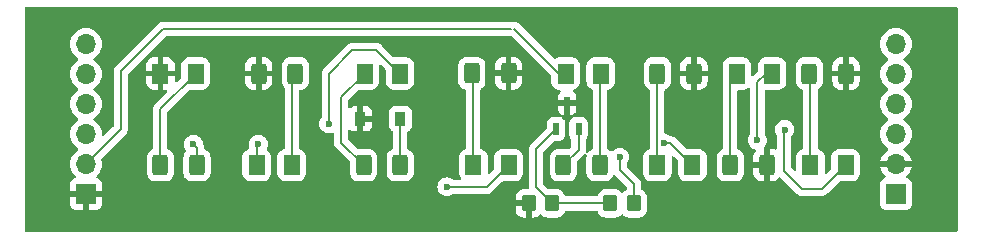
<source format=gbr>
%TF.GenerationSoftware,KiCad,Pcbnew,8.0.6*%
%TF.CreationDate,2025-02-14T22:00:12-04:00*%
%TF.ProjectId,nsec-ctf-sao-2025,6e736563-2d63-4746-962d-73616f2d3230,rev?*%
%TF.SameCoordinates,Original*%
%TF.FileFunction,Copper,L1,Top*%
%TF.FilePolarity,Positive*%
%FSLAX46Y46*%
G04 Gerber Fmt 4.6, Leading zero omitted, Abs format (unit mm)*
G04 Created by KiCad (PCBNEW 8.0.6) date 2025-02-14 22:00:12*
%MOMM*%
%LPD*%
G01*
G04 APERTURE LIST*
G04 Aperture macros list*
%AMRoundRect*
0 Rectangle with rounded corners*
0 $1 Rounding radius*
0 $2 $3 $4 $5 $6 $7 $8 $9 X,Y pos of 4 corners*
0 Add a 4 corners polygon primitive as box body*
4,1,4,$2,$3,$4,$5,$6,$7,$8,$9,$2,$3,0*
0 Add four circle primitives for the rounded corners*
1,1,$1+$1,$2,$3*
1,1,$1+$1,$4,$5*
1,1,$1+$1,$6,$7*
1,1,$1+$1,$8,$9*
0 Add four rect primitives between the rounded corners*
20,1,$1+$1,$2,$3,$4,$5,0*
20,1,$1+$1,$4,$5,$6,$7,0*
20,1,$1+$1,$6,$7,$8,$9,0*
20,1,$1+$1,$8,$9,$2,$3,0*%
G04 Aperture macros list end*
%TA.AperFunction,SMDPad,CuDef*%
%ADD10RoundRect,0.250001X0.462499X0.624999X-0.462499X0.624999X-0.462499X-0.624999X0.462499X-0.624999X0*%
%TD*%
%TA.AperFunction,SMDPad,CuDef*%
%ADD11RoundRect,0.250001X-0.462499X-0.624999X0.462499X-0.624999X0.462499X0.624999X-0.462499X0.624999X0*%
%TD*%
%TA.AperFunction,SMDPad,CuDef*%
%ADD12RoundRect,0.250000X-0.400000X-0.625000X0.400000X-0.625000X0.400000X0.625000X-0.400000X0.625000X0*%
%TD*%
%TA.AperFunction,SMDPad,CuDef*%
%ADD13RoundRect,0.250000X0.400000X0.625000X-0.400000X0.625000X-0.400000X-0.625000X0.400000X-0.625000X0*%
%TD*%
%TA.AperFunction,SMDPad,CuDef*%
%ADD14R,0.950013X1.150013*%
%TD*%
%TA.AperFunction,SMDPad,CuDef*%
%ADD15R,0.532004X1.037490*%
%TD*%
%TA.AperFunction,SMDPad,CuDef*%
%ADD16RoundRect,0.250000X-0.350000X-0.450000X0.350000X-0.450000X0.350000X0.450000X-0.350000X0.450000X0*%
%TD*%
%TA.AperFunction,ComponentPad*%
%ADD17R,1.700000X1.700000*%
%TD*%
%TA.AperFunction,ComponentPad*%
%ADD18O,1.700000X1.700000*%
%TD*%
%TA.AperFunction,ViaPad*%
%ADD19C,0.600000*%
%TD*%
%TA.AperFunction,Conductor*%
%ADD20C,0.200000*%
%TD*%
G04 APERTURE END LIST*
D10*
%TO.P,D5,1,K*%
%TO.N,Net-(D5-K)*%
X121237500Y-89000000D03*
%TO.P,D5,2,A*%
%TO.N,+3V3*%
X118262500Y-89000000D03*
%TD*%
%TO.P,D2,1,K*%
%TO.N,Net-(D2-K)*%
X95062500Y-96750000D03*
%TO.P,D2,2,A*%
%TO.N,Net-(D2-A)*%
X92087500Y-96750000D03*
%TD*%
D11*
%TO.P,D3,1,K*%
%TO.N,Net-(D3-K)*%
X101262500Y-89000000D03*
%TO.P,D3,2,A*%
%TO.N,Net-(D3-A)*%
X104237500Y-89000000D03*
%TD*%
D12*
%TO.P,R2,1*%
%TO.N,SV4*%
X92275000Y-89000000D03*
%TO.P,R2,2*%
%TO.N,Net-(D2-K)*%
X95375000Y-89000000D03*
%TD*%
D13*
%TO.P,R4,1*%
%TO.N,SV4*%
X113425000Y-88987500D03*
%TO.P,R4,2*%
%TO.N,Net-(D4-K)*%
X110325000Y-88987500D03*
%TD*%
%TO.P,R6,1*%
%TO.N,SV4*%
X129125000Y-89000000D03*
%TO.P,R6,2*%
%TO.N,Net-(D6-K)*%
X126025000Y-89000000D03*
%TD*%
%TO.P,R7,1*%
%TO.N,SV4*%
X135300000Y-96750000D03*
%TO.P,R7,2*%
%TO.N,Net-(D7-K)*%
X132200000Y-96750000D03*
%TD*%
D14*
%TO.P,D10,1,C*%
%TO.N,Net-(D10-C)*%
X104267405Y-92825000D03*
%TO.P,D10,2,A*%
%TO.N,SV4*%
X100882595Y-92825000D03*
%TD*%
D13*
%TO.P,R3,1*%
%TO.N,Net-(D10-C)*%
X104250000Y-96750000D03*
%TO.P,R3,2*%
%TO.N,Net-(D3-K)*%
X101150000Y-96750000D03*
%TD*%
D10*
%TO.P,D1,1,K*%
%TO.N,Net-(D1-K)*%
X86932500Y-89000000D03*
%TO.P,D1,2,A*%
%TO.N,SV4*%
X83957500Y-89000000D03*
%TD*%
D15*
%TO.P,U1,1,B*%
%TO.N,Net-(U1-B)*%
X117450038Y-93701346D03*
%TO.P,U1,2,E*%
%TO.N,Net-(U1-E)*%
X119349962Y-93701346D03*
%TO.P,U1,3,C*%
%TO.N,SV4*%
X118400000Y-91498654D03*
%TD*%
D11*
%TO.P,D7,1,K*%
%TO.N,Net-(D7-K)*%
X132762500Y-89000000D03*
%TO.P,D7,2,A*%
%TO.N,Net-(D7-A)*%
X135737500Y-89000000D03*
%TD*%
%TO.P,D4,1,K*%
%TO.N,Net-(D4-K)*%
X110450000Y-96750000D03*
%TO.P,D4,2,A*%
%TO.N,Net-(D4-A)*%
X113425000Y-96750000D03*
%TD*%
D13*
%TO.P,R8,1*%
%TO.N,SV4*%
X142000000Y-89000000D03*
%TO.P,R8,2*%
%TO.N,Net-(D8-K)*%
X138900000Y-89000000D03*
%TD*%
D16*
%TO.P,R9,1*%
%TO.N,Net-(U1-B)*%
X122050000Y-100000000D03*
%TO.P,R9,2*%
%TO.N,Net-(JP5-A)*%
X124050000Y-100000000D03*
%TD*%
D12*
%TO.P,R1,1*%
%TO.N,Net-(D1-K)*%
X83950000Y-96750000D03*
%TO.P,R1,2*%
%TO.N,Net-(JP1-A)*%
X87050000Y-96750000D03*
%TD*%
D16*
%TO.P,R10,1*%
%TO.N,SV4*%
X115125000Y-100000000D03*
%TO.P,R10,2*%
%TO.N,Net-(U1-B)*%
X117125000Y-100000000D03*
%TD*%
D12*
%TO.P,R5,1*%
%TO.N,Net-(U1-E)*%
X118075000Y-96750000D03*
%TO.P,R5,2*%
%TO.N,Net-(D5-K)*%
X121175000Y-96750000D03*
%TD*%
D11*
%TO.P,D8,1,K*%
%TO.N,Net-(D8-K)*%
X138987500Y-96750000D03*
%TO.P,D8,2,A*%
%TO.N,Net-(D8-A)*%
X141962500Y-96750000D03*
%TD*%
%TO.P,D6,1,K*%
%TO.N,Net-(D6-K)*%
X126012500Y-96750000D03*
%TO.P,D6,2,A*%
%TO.N,Net-(D6-A)*%
X128987500Y-96750000D03*
%TD*%
D17*
%TO.P,J1,1,Pin_1*%
%TO.N,SV4*%
X77650000Y-99200000D03*
D18*
%TO.P,J1,2,Pin_2*%
%TO.N,+3V3*%
X77650000Y-96660000D03*
%TO.P,J1,3,Pin_3*%
%TO.N,GPIO2*%
X77650000Y-94120000D03*
%TO.P,J1,4,Pin_4*%
%TO.N,GPIO3*%
X77650000Y-91580000D03*
%TO.P,J1,5,Pin_5*%
%TO.N,SV1*%
X77650000Y-89040000D03*
%TO.P,J1,6,Pin_6*%
%TO.N,SV2*%
X77650000Y-86500000D03*
%TD*%
D17*
%TO.P,J2,1,Pin_1*%
%TO.N,SV3*%
X146225000Y-99200000D03*
D18*
%TO.P,J2,2,Pin_2*%
%TO.N,SV4*%
X146225000Y-96660000D03*
%TO.P,J2,3,Pin_3*%
%TO.N,SV5*%
X146225000Y-94120000D03*
%TO.P,J2,4,Pin_4*%
%TO.N,SV6*%
X146225000Y-91580000D03*
%TO.P,J2,5,Pin_5*%
%TO.N,SV7*%
X146225000Y-89040000D03*
%TO.P,J2,6,Pin_6*%
%TO.N,SV8*%
X146225000Y-86500000D03*
%TD*%
D19*
%TO.N,SV4*%
X115400000Y-90200000D03*
%TO.N,Net-(D2-A)*%
X92250000Y-95000000D03*
X92250000Y-95000000D03*
%TO.N,Net-(D3-A)*%
X98200000Y-93250000D03*
%TO.N,Net-(D4-A)*%
X108200000Y-98600000D03*
%TO.N,Net-(D6-A)*%
X126612500Y-94896765D03*
%TO.N,Net-(D7-A)*%
X134500000Y-94650000D03*
%TO.N,Net-(D8-A)*%
X136800000Y-93750000D03*
%TO.N,Net-(JP1-A)*%
X86750000Y-95000000D03*
%TO.N,Net-(JP5-A)*%
X122850000Y-96100000D03*
%TD*%
D20*
%TO.N,Net-(D1-K)*%
X83950000Y-91982500D02*
X86932500Y-89000000D01*
X83950000Y-96750000D02*
X83950000Y-91982500D01*
%TO.N,Net-(D2-K)*%
X95062500Y-96750000D02*
X95062500Y-89312500D01*
X95062500Y-89312500D02*
X95375000Y-89000000D01*
%TO.N,Net-(D3-K)*%
X101150000Y-96750000D02*
X99250000Y-94850000D01*
X99250000Y-94850000D02*
X99250000Y-91012500D01*
X99250000Y-91012500D02*
X101262500Y-89000000D01*
%TO.N,Net-(D4-K)*%
X110450000Y-96750000D02*
X110450000Y-89112500D01*
X110450000Y-89112500D02*
X110325000Y-88987500D01*
%TO.N,Net-(D5-K)*%
X121175000Y-96750000D02*
X121175000Y-89062500D01*
X121175000Y-89062500D02*
X121237500Y-89000000D01*
%TO.N,Net-(D6-K)*%
X126012500Y-89012500D02*
X126025000Y-89000000D01*
X126012500Y-96750000D02*
X126012500Y-89012500D01*
%TO.N,Net-(D7-K)*%
X132200000Y-96750000D02*
X132200000Y-89562500D01*
X132200000Y-89562500D02*
X132762500Y-89000000D01*
%TO.N,Net-(D8-K)*%
X138987500Y-89087500D02*
X138900000Y-89000000D01*
X138987500Y-96750000D02*
X138987500Y-89087500D01*
%TO.N,SV1*%
X77650000Y-89040000D02*
X77660000Y-89040000D01*
%TO.N,SV2*%
X77650000Y-86500000D02*
X78175000Y-85975000D01*
%TO.N,SV4*%
X76525000Y-99200000D02*
X77650000Y-99200000D01*
X85445000Y-87892500D02*
X85867500Y-87892500D01*
X77850000Y-99000000D02*
X77650000Y-99200000D01*
X76375000Y-99350000D02*
X76525000Y-99200000D01*
%TO.N,+3V3*%
X113900000Y-85200000D02*
X117700000Y-89000000D01*
X84200000Y-85200000D02*
X113600000Y-85200000D01*
X80600000Y-93710000D02*
X80600000Y-88800000D01*
X77650000Y-96660000D02*
X80600000Y-93710000D01*
X117700000Y-89000000D02*
X118262500Y-89000000D01*
X80600000Y-88800000D02*
X84200000Y-85200000D01*
%TO.N,Net-(D10-C)*%
X104250000Y-92842405D02*
X104267405Y-92825000D01*
X104250000Y-96750000D02*
X104250000Y-92842405D01*
X104267405Y-92970095D02*
X104237500Y-93000000D01*
X104267405Y-92825000D02*
X104267405Y-92970095D01*
%TO.N,Net-(U1-E)*%
X119349962Y-93701346D02*
X119349962Y-95475038D01*
X119349962Y-95475038D02*
X118075000Y-96750000D01*
%TO.N,Net-(U1-B)*%
X117125000Y-100000000D02*
X122050000Y-100000000D01*
X117450038Y-93701346D02*
X115726346Y-95425038D01*
X115726346Y-98601346D02*
X117125000Y-100000000D01*
X115726346Y-95425038D02*
X115726346Y-98601346D01*
%TO.N,Net-(D2-A)*%
X92087500Y-96750000D02*
X92087500Y-95162500D01*
X92087500Y-95162500D02*
X92250000Y-95000000D01*
%TO.N,Net-(D3-A)*%
X100200000Y-87000000D02*
X102237500Y-87000000D01*
X102237500Y-87000000D02*
X104237500Y-89000000D01*
X98200000Y-89000000D02*
X100200000Y-87000000D01*
X98200000Y-93250000D02*
X98200000Y-89000000D01*
%TO.N,Net-(D4-A)*%
X111575000Y-98600000D02*
X113425000Y-96750000D01*
X108200000Y-98600000D02*
X111575000Y-98600000D01*
%TO.N,Net-(D6-A)*%
X127134265Y-94896765D02*
X128987500Y-96750000D01*
X126612500Y-94896765D02*
X127134265Y-94896765D01*
%TO.N,Net-(D7-A)*%
X134500000Y-89750000D02*
X135250000Y-89000000D01*
X134500000Y-94650000D02*
X134500000Y-89750000D01*
X135250000Y-89000000D02*
X135737500Y-89000000D01*
%TO.N,Net-(D8-A)*%
X139962500Y-98750000D02*
X141962500Y-96750000D01*
X136800000Y-93750000D02*
X136750000Y-93800000D01*
X136750000Y-97250000D02*
X138250000Y-98750000D01*
X136750000Y-93800000D02*
X136750000Y-97250000D01*
X138250000Y-98750000D02*
X139962500Y-98750000D01*
%TO.N,Net-(JP1-A)*%
X87050000Y-95300000D02*
X86750000Y-95000000D01*
X87050000Y-96750000D02*
X87050000Y-95300000D01*
%TO.N,Net-(JP5-A)*%
X122850000Y-96100000D02*
X122850000Y-97150000D01*
X124050000Y-98350000D02*
X124050000Y-100150000D01*
X122850000Y-97150000D02*
X124050000Y-98350000D01*
%TD*%
%TA.AperFunction,Conductor*%
%TO.N,SV4*%
G36*
X151392539Y-83400185D02*
G01*
X151438294Y-83452989D01*
X151449500Y-83504500D01*
X151449500Y-102305500D01*
X151429815Y-102372539D01*
X151377011Y-102418294D01*
X151325500Y-102429500D01*
X72574500Y-102429500D01*
X72507461Y-102409815D01*
X72461706Y-102357011D01*
X72450500Y-102305500D01*
X72450500Y-86499999D01*
X76294341Y-86499999D01*
X76294341Y-86500000D01*
X76314936Y-86735403D01*
X76314938Y-86735413D01*
X76376094Y-86963655D01*
X76376096Y-86963659D01*
X76376097Y-86963663D01*
X76475965Y-87177830D01*
X76475967Y-87177834D01*
X76611501Y-87371395D01*
X76611506Y-87371402D01*
X76778597Y-87538493D01*
X76778603Y-87538498D01*
X76964158Y-87668425D01*
X77007783Y-87723002D01*
X77014977Y-87792500D01*
X76983454Y-87854855D01*
X76964158Y-87871575D01*
X76778597Y-88001505D01*
X76611505Y-88168597D01*
X76475965Y-88362169D01*
X76475964Y-88362171D01*
X76376098Y-88576335D01*
X76376094Y-88576344D01*
X76314938Y-88804586D01*
X76314936Y-88804596D01*
X76294341Y-89039999D01*
X76294341Y-89040000D01*
X76314936Y-89275403D01*
X76314938Y-89275413D01*
X76376094Y-89503655D01*
X76376096Y-89503659D01*
X76376097Y-89503663D01*
X76456001Y-89675018D01*
X76475965Y-89717830D01*
X76475967Y-89717834D01*
X76611501Y-89911395D01*
X76611506Y-89911402D01*
X76778597Y-90078493D01*
X76778603Y-90078498D01*
X76964158Y-90208425D01*
X77007783Y-90263002D01*
X77014977Y-90332500D01*
X76983454Y-90394855D01*
X76964158Y-90411575D01*
X76778597Y-90541505D01*
X76611505Y-90708597D01*
X76475965Y-90902169D01*
X76475964Y-90902171D01*
X76376098Y-91116335D01*
X76376094Y-91116344D01*
X76314938Y-91344586D01*
X76314936Y-91344596D01*
X76294341Y-91579999D01*
X76294341Y-91580000D01*
X76314936Y-91815403D01*
X76314938Y-91815413D01*
X76376094Y-92043655D01*
X76376096Y-92043659D01*
X76376097Y-92043663D01*
X76449988Y-92202122D01*
X76475965Y-92257830D01*
X76475967Y-92257834D01*
X76611501Y-92451395D01*
X76611506Y-92451402D01*
X76778597Y-92618493D01*
X76778603Y-92618498D01*
X76964158Y-92748425D01*
X77007783Y-92803002D01*
X77014977Y-92872500D01*
X76983454Y-92934855D01*
X76964158Y-92951575D01*
X76778597Y-93081505D01*
X76611505Y-93248597D01*
X76475965Y-93442169D01*
X76475964Y-93442171D01*
X76376098Y-93656335D01*
X76376094Y-93656344D01*
X76314938Y-93884586D01*
X76314936Y-93884596D01*
X76294341Y-94119999D01*
X76294341Y-94120000D01*
X76314936Y-94355403D01*
X76314938Y-94355413D01*
X76376094Y-94583655D01*
X76376096Y-94583659D01*
X76376097Y-94583663D01*
X76463427Y-94770943D01*
X76475965Y-94797830D01*
X76475967Y-94797834D01*
X76611501Y-94991395D01*
X76611506Y-94991402D01*
X76778597Y-95158493D01*
X76778603Y-95158498D01*
X76964158Y-95288425D01*
X77007783Y-95343002D01*
X77014977Y-95412500D01*
X76983454Y-95474855D01*
X76964158Y-95491575D01*
X76778597Y-95621505D01*
X76611505Y-95788597D01*
X76475965Y-95982169D01*
X76475964Y-95982171D01*
X76376098Y-96196335D01*
X76376094Y-96196344D01*
X76314938Y-96424586D01*
X76314936Y-96424596D01*
X76294341Y-96659999D01*
X76294341Y-96660000D01*
X76314936Y-96895403D01*
X76314938Y-96895413D01*
X76376094Y-97123655D01*
X76376096Y-97123659D01*
X76376097Y-97123663D01*
X76471874Y-97329057D01*
X76475965Y-97337830D01*
X76475967Y-97337834D01*
X76575222Y-97479584D01*
X76611501Y-97531396D01*
X76611506Y-97531402D01*
X76733818Y-97653714D01*
X76767303Y-97715037D01*
X76762319Y-97784729D01*
X76720447Y-97840662D01*
X76689471Y-97857577D01*
X76557912Y-97906646D01*
X76557906Y-97906649D01*
X76442812Y-97992809D01*
X76442809Y-97992812D01*
X76356649Y-98107906D01*
X76356645Y-98107913D01*
X76306403Y-98242620D01*
X76306401Y-98242627D01*
X76300000Y-98302155D01*
X76300000Y-98950000D01*
X77216988Y-98950000D01*
X77184075Y-99007007D01*
X77150000Y-99134174D01*
X77150000Y-99265826D01*
X77184075Y-99392993D01*
X77216988Y-99450000D01*
X76300000Y-99450000D01*
X76300000Y-100097844D01*
X76306401Y-100157372D01*
X76306403Y-100157379D01*
X76356645Y-100292086D01*
X76356649Y-100292093D01*
X76442809Y-100407187D01*
X76442812Y-100407190D01*
X76557906Y-100493350D01*
X76557913Y-100493354D01*
X76692620Y-100543596D01*
X76692627Y-100543598D01*
X76752155Y-100549999D01*
X76752172Y-100550000D01*
X77400000Y-100550000D01*
X77400000Y-99633012D01*
X77457007Y-99665925D01*
X77584174Y-99700000D01*
X77715826Y-99700000D01*
X77842993Y-99665925D01*
X77900000Y-99633012D01*
X77900000Y-100550000D01*
X78547828Y-100550000D01*
X78547844Y-100549999D01*
X78607372Y-100543598D01*
X78607379Y-100543596D01*
X78724305Y-100499986D01*
X114025001Y-100499986D01*
X114035494Y-100602697D01*
X114090641Y-100769119D01*
X114090643Y-100769124D01*
X114182684Y-100918345D01*
X114306654Y-101042315D01*
X114455875Y-101134356D01*
X114455880Y-101134358D01*
X114622302Y-101189505D01*
X114622309Y-101189506D01*
X114725019Y-101199999D01*
X114874999Y-101199999D01*
X114875000Y-101199998D01*
X114875000Y-100250000D01*
X114025001Y-100250000D01*
X114025001Y-100499986D01*
X78724305Y-100499986D01*
X78742086Y-100493354D01*
X78742093Y-100493350D01*
X78857187Y-100407190D01*
X78857190Y-100407187D01*
X78943350Y-100292093D01*
X78943354Y-100292086D01*
X78993596Y-100157379D01*
X78993598Y-100157372D01*
X78999999Y-100097844D01*
X79000000Y-100097827D01*
X79000000Y-99500013D01*
X114025000Y-99500013D01*
X114025000Y-99750000D01*
X115251000Y-99750000D01*
X115318039Y-99769685D01*
X115363794Y-99822489D01*
X115375000Y-99874000D01*
X115375000Y-101199999D01*
X115524972Y-101199999D01*
X115524986Y-101199998D01*
X115627697Y-101189505D01*
X115794119Y-101134358D01*
X115794124Y-101134356D01*
X115943342Y-101042317D01*
X116036964Y-100948695D01*
X116098287Y-100915210D01*
X116167979Y-100920194D01*
X116212327Y-100948695D01*
X116306344Y-101042712D01*
X116455666Y-101134814D01*
X116622203Y-101189999D01*
X116724991Y-101200500D01*
X117525008Y-101200499D01*
X117525016Y-101200498D01*
X117525019Y-101200498D01*
X117581302Y-101194748D01*
X117627797Y-101189999D01*
X117794334Y-101134814D01*
X117943656Y-101042712D01*
X118067712Y-100918656D01*
X118159814Y-100769334D01*
X118187595Y-100685495D01*
X118227368Y-100628051D01*
X118291884Y-100601228D01*
X118305301Y-100600500D01*
X120869699Y-100600500D01*
X120936738Y-100620185D01*
X120982493Y-100672989D01*
X120987403Y-100685492D01*
X121015186Y-100769334D01*
X121107288Y-100918656D01*
X121231344Y-101042712D01*
X121380666Y-101134814D01*
X121547203Y-101189999D01*
X121649991Y-101200500D01*
X122450008Y-101200499D01*
X122450016Y-101200498D01*
X122450019Y-101200498D01*
X122506302Y-101194748D01*
X122552797Y-101189999D01*
X122719334Y-101134814D01*
X122868656Y-101042712D01*
X122962319Y-100949049D01*
X123023642Y-100915564D01*
X123093334Y-100920548D01*
X123137681Y-100949049D01*
X123231344Y-101042712D01*
X123380666Y-101134814D01*
X123547203Y-101189999D01*
X123649991Y-101200500D01*
X124450008Y-101200499D01*
X124450016Y-101200498D01*
X124450019Y-101200498D01*
X124506302Y-101194748D01*
X124552797Y-101189999D01*
X124719334Y-101134814D01*
X124868656Y-101042712D01*
X124992712Y-100918656D01*
X125084814Y-100769334D01*
X125139999Y-100602797D01*
X125150500Y-100500009D01*
X125150499Y-99499992D01*
X125139999Y-99397203D01*
X125084814Y-99230666D01*
X124992712Y-99081344D01*
X124868656Y-98957288D01*
X124719334Y-98865186D01*
X124719332Y-98865185D01*
X124713187Y-98861395D01*
X124714290Y-98859605D01*
X124669649Y-98820290D01*
X124650500Y-98754091D01*
X124650500Y-98270944D01*
X124650499Y-98270940D01*
X124645017Y-98250478D01*
X124609577Y-98118215D01*
X124575859Y-98059814D01*
X124530520Y-97981284D01*
X124418716Y-97869480D01*
X124418715Y-97869479D01*
X124414385Y-97865149D01*
X124414374Y-97865139D01*
X123486819Y-96937584D01*
X123453334Y-96876261D01*
X123450500Y-96849903D01*
X123450500Y-96682412D01*
X123470185Y-96615373D01*
X123477555Y-96605097D01*
X123479810Y-96602267D01*
X123479816Y-96602262D01*
X123575789Y-96449522D01*
X123635368Y-96279255D01*
X123637549Y-96259901D01*
X123655565Y-96100003D01*
X123655565Y-96099996D01*
X123652747Y-96074984D01*
X124799500Y-96074984D01*
X124799500Y-97425015D01*
X124810000Y-97527795D01*
X124810001Y-97527797D01*
X124811196Y-97531402D01*
X124865186Y-97694335D01*
X124865187Y-97694337D01*
X124957286Y-97843651D01*
X124957289Y-97843655D01*
X125081344Y-97967710D01*
X125081348Y-97967713D01*
X125230662Y-98059812D01*
X125230664Y-98059813D01*
X125230666Y-98059814D01*
X125397203Y-98114999D01*
X125499992Y-98125500D01*
X125499997Y-98125500D01*
X126525003Y-98125500D01*
X126525008Y-98125500D01*
X126627797Y-98114999D01*
X126794334Y-98059814D01*
X126943655Y-97967711D01*
X127067711Y-97843655D01*
X127159814Y-97694334D01*
X127214999Y-97527797D01*
X127225500Y-97425008D01*
X127225500Y-96136597D01*
X127245185Y-96069558D01*
X127297989Y-96023803D01*
X127367147Y-96013859D01*
X127430703Y-96042884D01*
X127437181Y-96048916D01*
X127738181Y-96349916D01*
X127771666Y-96411239D01*
X127774500Y-96437597D01*
X127774500Y-97425015D01*
X127785000Y-97527795D01*
X127785001Y-97527797D01*
X127786196Y-97531402D01*
X127840186Y-97694335D01*
X127840187Y-97694337D01*
X127932286Y-97843651D01*
X127932289Y-97843655D01*
X128056344Y-97967710D01*
X128056348Y-97967713D01*
X128205662Y-98059812D01*
X128205664Y-98059813D01*
X128205666Y-98059814D01*
X128372203Y-98114999D01*
X128474992Y-98125500D01*
X128474997Y-98125500D01*
X129500003Y-98125500D01*
X129500008Y-98125500D01*
X129602797Y-98114999D01*
X129769334Y-98059814D01*
X129918655Y-97967711D01*
X130042711Y-97843655D01*
X130134814Y-97694334D01*
X130189999Y-97527797D01*
X130200500Y-97425008D01*
X130200500Y-96074992D01*
X130200499Y-96074983D01*
X131049500Y-96074983D01*
X131049500Y-97425001D01*
X131049501Y-97425018D01*
X131060000Y-97527796D01*
X131060001Y-97527799D01*
X131115185Y-97694331D01*
X131115187Y-97694336D01*
X131137506Y-97730521D01*
X131207288Y-97843656D01*
X131331344Y-97967712D01*
X131480666Y-98059814D01*
X131647203Y-98114999D01*
X131749991Y-98125500D01*
X132650008Y-98125499D01*
X132650016Y-98125498D01*
X132650019Y-98125498D01*
X132721314Y-98118215D01*
X132752797Y-98114999D01*
X132919334Y-98059814D01*
X133068656Y-97967712D01*
X133192712Y-97843656D01*
X133284814Y-97694334D01*
X133339999Y-97527797D01*
X133350500Y-97425009D01*
X133350500Y-97424986D01*
X134150001Y-97424986D01*
X134160494Y-97527697D01*
X134215641Y-97694119D01*
X134215643Y-97694124D01*
X134307684Y-97843345D01*
X134431654Y-97967315D01*
X134580875Y-98059356D01*
X134580880Y-98059358D01*
X134747302Y-98114505D01*
X134747309Y-98114506D01*
X134850019Y-98124999D01*
X135049999Y-98124999D01*
X135050000Y-98124998D01*
X135050000Y-97000000D01*
X134150001Y-97000000D01*
X134150001Y-97424986D01*
X133350500Y-97424986D01*
X133350499Y-96074992D01*
X133339999Y-95972203D01*
X133284814Y-95805666D01*
X133192712Y-95656344D01*
X133068656Y-95532288D01*
X132954999Y-95462184D01*
X132919336Y-95440187D01*
X132919335Y-95440186D01*
X132919334Y-95440186D01*
X132910631Y-95437302D01*
X132885494Y-95428972D01*
X132828050Y-95389199D01*
X132801228Y-95324683D01*
X132800500Y-95311267D01*
X132800500Y-90499500D01*
X132820185Y-90432461D01*
X132872989Y-90386706D01*
X132924500Y-90375500D01*
X133275003Y-90375500D01*
X133275008Y-90375500D01*
X133377797Y-90364999D01*
X133544334Y-90309814D01*
X133693655Y-90217711D01*
X133693666Y-90217699D01*
X133698586Y-90213811D01*
X133763381Y-90187669D01*
X133832023Y-90200707D01*
X133882720Y-90248786D01*
X133899500Y-90311075D01*
X133899500Y-94067587D01*
X133879815Y-94134626D01*
X133872450Y-94144896D01*
X133870186Y-94147734D01*
X133774211Y-94300476D01*
X133714631Y-94470745D01*
X133714630Y-94470750D01*
X133694435Y-94649996D01*
X133694435Y-94650003D01*
X133714630Y-94829249D01*
X133714631Y-94829254D01*
X133774211Y-94999523D01*
X133855284Y-95128549D01*
X133870184Y-95152262D01*
X133997738Y-95279816D01*
X134150144Y-95375579D01*
X134150480Y-95375790D01*
X134288725Y-95424165D01*
X134345501Y-95464886D01*
X134371248Y-95529839D01*
X134357792Y-95598401D01*
X134335453Y-95628886D01*
X134307682Y-95656656D01*
X134215643Y-95805875D01*
X134215641Y-95805880D01*
X134160494Y-95972302D01*
X134160493Y-95972309D01*
X134150000Y-96075013D01*
X134150000Y-96500000D01*
X135050000Y-96500000D01*
X135050000Y-95375000D01*
X135550000Y-95375000D01*
X135550000Y-98124999D01*
X135749972Y-98124999D01*
X135749986Y-98124998D01*
X135852697Y-98114505D01*
X136019119Y-98059358D01*
X136019124Y-98059356D01*
X136168345Y-97967315D01*
X136292313Y-97843347D01*
X136294995Y-97839956D01*
X136352014Y-97799577D01*
X136421813Y-97796434D01*
X136479946Y-97829181D01*
X137765139Y-99114374D01*
X137765149Y-99114385D01*
X137769479Y-99118715D01*
X137769480Y-99118716D01*
X137881284Y-99230520D01*
X137881286Y-99230521D01*
X137881290Y-99230524D01*
X138018209Y-99309573D01*
X138018216Y-99309577D01*
X138130019Y-99339534D01*
X138170942Y-99350500D01*
X138170943Y-99350500D01*
X139875831Y-99350500D01*
X139875847Y-99350501D01*
X139883443Y-99350501D01*
X140041554Y-99350501D01*
X140041557Y-99350501D01*
X140194285Y-99309577D01*
X140244404Y-99280639D01*
X140331216Y-99230520D01*
X140443020Y-99118716D01*
X140443020Y-99118714D01*
X140453228Y-99108507D01*
X140453230Y-99108504D01*
X141399915Y-98161819D01*
X141461238Y-98128334D01*
X141487596Y-98125500D01*
X142475003Y-98125500D01*
X142475008Y-98125500D01*
X142577797Y-98114999D01*
X142744334Y-98059814D01*
X142893655Y-97967711D01*
X143017711Y-97843655D01*
X143109814Y-97694334D01*
X143164999Y-97527797D01*
X143175500Y-97425008D01*
X143175500Y-96074992D01*
X143164999Y-95972203D01*
X143109814Y-95805666D01*
X143109813Y-95805664D01*
X143109812Y-95805662D01*
X143017713Y-95656348D01*
X143017710Y-95656344D01*
X142893655Y-95532289D01*
X142893651Y-95532286D01*
X142744337Y-95440187D01*
X142744335Y-95440186D01*
X142643926Y-95406914D01*
X142577797Y-95385001D01*
X142577795Y-95385000D01*
X142475015Y-95374500D01*
X142475008Y-95374500D01*
X141449992Y-95374500D01*
X141449984Y-95374500D01*
X141347204Y-95385000D01*
X141347203Y-95385001D01*
X141180664Y-95440186D01*
X141180662Y-95440187D01*
X141031348Y-95532286D01*
X141031344Y-95532289D01*
X140907289Y-95656344D01*
X140907286Y-95656348D01*
X140815187Y-95805662D01*
X140815186Y-95805664D01*
X140760001Y-95972203D01*
X140760000Y-95972204D01*
X140749500Y-96074984D01*
X140749500Y-97062402D01*
X140729815Y-97129441D01*
X140713181Y-97150083D01*
X140412181Y-97451083D01*
X140350858Y-97484568D01*
X140281166Y-97479584D01*
X140225233Y-97437712D01*
X140200816Y-97372248D01*
X140200500Y-97363402D01*
X140200500Y-96074997D01*
X140200499Y-96074984D01*
X140194254Y-96013859D01*
X140189999Y-95972203D01*
X140134814Y-95805666D01*
X140134813Y-95805664D01*
X140134812Y-95805662D01*
X140042713Y-95656348D01*
X140042710Y-95656344D01*
X139918655Y-95532289D01*
X139918651Y-95532286D01*
X139769337Y-95440187D01*
X139672995Y-95408262D01*
X139615551Y-95368489D01*
X139588728Y-95303973D01*
X139588000Y-95290556D01*
X139588000Y-90398347D01*
X139607685Y-90331308D01*
X139646901Y-90292810D01*
X139768656Y-90217712D01*
X139892712Y-90093656D01*
X139984814Y-89944334D01*
X140039999Y-89777797D01*
X140050500Y-89675009D01*
X140050500Y-89674986D01*
X140850001Y-89674986D01*
X140860494Y-89777697D01*
X140915641Y-89944119D01*
X140915643Y-89944124D01*
X141007684Y-90093345D01*
X141131654Y-90217315D01*
X141280875Y-90309356D01*
X141280880Y-90309358D01*
X141447302Y-90364505D01*
X141447309Y-90364506D01*
X141550019Y-90374999D01*
X141749999Y-90374999D01*
X142250000Y-90374999D01*
X142449972Y-90374999D01*
X142449986Y-90374998D01*
X142552697Y-90364505D01*
X142719119Y-90309358D01*
X142719124Y-90309356D01*
X142868345Y-90217315D01*
X142992315Y-90093345D01*
X143084356Y-89944124D01*
X143084358Y-89944119D01*
X143139505Y-89777697D01*
X143139506Y-89777690D01*
X143149999Y-89674986D01*
X143150000Y-89674973D01*
X143150000Y-89250000D01*
X142250000Y-89250000D01*
X142250000Y-90374999D01*
X141749999Y-90374999D01*
X141750000Y-90374998D01*
X141750000Y-89250000D01*
X140850001Y-89250000D01*
X140850001Y-89674986D01*
X140050500Y-89674986D01*
X140050499Y-88325013D01*
X140850000Y-88325013D01*
X140850000Y-88750000D01*
X141750000Y-88750000D01*
X142250000Y-88750000D01*
X143149999Y-88750000D01*
X143149999Y-88325028D01*
X143149998Y-88325013D01*
X143139505Y-88222302D01*
X143084358Y-88055880D01*
X143084356Y-88055875D01*
X142992315Y-87906654D01*
X142868345Y-87782684D01*
X142719124Y-87690643D01*
X142719119Y-87690641D01*
X142552697Y-87635494D01*
X142552690Y-87635493D01*
X142449986Y-87625000D01*
X142250000Y-87625000D01*
X142250000Y-88750000D01*
X141750000Y-88750000D01*
X141750000Y-87625000D01*
X141550029Y-87625000D01*
X141550012Y-87625001D01*
X141447302Y-87635494D01*
X141280880Y-87690641D01*
X141280875Y-87690643D01*
X141131654Y-87782684D01*
X141007684Y-87906654D01*
X140915643Y-88055875D01*
X140915641Y-88055880D01*
X140860494Y-88222302D01*
X140860493Y-88222309D01*
X140850000Y-88325013D01*
X140050499Y-88325013D01*
X140050499Y-88324992D01*
X140050497Y-88324977D01*
X140039999Y-88222203D01*
X140039998Y-88222200D01*
X140022236Y-88168599D01*
X139984814Y-88055666D01*
X139892712Y-87906344D01*
X139768656Y-87782288D01*
X139619334Y-87690186D01*
X139452797Y-87635001D01*
X139452795Y-87635000D01*
X139350010Y-87624500D01*
X138449998Y-87624500D01*
X138449980Y-87624501D01*
X138347203Y-87635000D01*
X138347200Y-87635001D01*
X138180668Y-87690185D01*
X138180663Y-87690187D01*
X138031342Y-87782289D01*
X137907289Y-87906342D01*
X137815187Y-88055663D01*
X137815185Y-88055668D01*
X137787349Y-88139670D01*
X137760001Y-88222203D01*
X137760001Y-88222204D01*
X137760000Y-88222204D01*
X137749500Y-88324983D01*
X137749500Y-89675001D01*
X137749501Y-89675018D01*
X137760000Y-89777796D01*
X137760001Y-89777799D01*
X137815185Y-89944331D01*
X137815187Y-89944336D01*
X137850069Y-90000888D01*
X137907288Y-90093656D01*
X138031344Y-90217712D01*
X138180666Y-90309814D01*
X138302005Y-90350021D01*
X138359449Y-90389794D01*
X138386272Y-90454309D01*
X138387000Y-90467727D01*
X138387000Y-95290556D01*
X138367315Y-95357595D01*
X138314511Y-95403350D01*
X138302005Y-95408262D01*
X138205662Y-95440187D01*
X138056348Y-95532286D01*
X138056344Y-95532289D01*
X137932289Y-95656344D01*
X137932286Y-95656348D01*
X137840187Y-95805662D01*
X137840186Y-95805664D01*
X137785001Y-95972203D01*
X137785000Y-95972204D01*
X137774500Y-96074984D01*
X137774500Y-97125903D01*
X137754815Y-97192942D01*
X137702011Y-97238697D01*
X137632853Y-97248641D01*
X137569297Y-97219616D01*
X137562819Y-97213584D01*
X137386819Y-97037584D01*
X137353334Y-96976261D01*
X137350500Y-96949903D01*
X137350500Y-94382940D01*
X137370185Y-94315901D01*
X137386819Y-94295259D01*
X137407867Y-94274211D01*
X137429816Y-94252262D01*
X137525789Y-94099522D01*
X137585368Y-93929255D01*
X137587208Y-93912928D01*
X137605565Y-93750003D01*
X137605565Y-93749996D01*
X137585369Y-93570750D01*
X137585368Y-93570745D01*
X137563195Y-93507379D01*
X137525789Y-93400478D01*
X137429816Y-93247738D01*
X137302262Y-93120184D01*
X137149523Y-93024211D01*
X136979254Y-92964631D01*
X136979249Y-92964630D01*
X136800004Y-92944435D01*
X136799996Y-92944435D01*
X136620750Y-92964630D01*
X136620745Y-92964631D01*
X136450476Y-93024211D01*
X136297737Y-93120184D01*
X136170184Y-93247737D01*
X136074211Y-93400476D01*
X136014631Y-93570745D01*
X136014630Y-93570750D01*
X135994435Y-93749996D01*
X135994435Y-93750003D01*
X136014630Y-93929249D01*
X136014631Y-93929254D01*
X136074211Y-94099524D01*
X136130493Y-94189094D01*
X136149500Y-94255067D01*
X136149500Y-95312125D01*
X136129815Y-95379164D01*
X136077011Y-95424919D01*
X136007853Y-95434863D01*
X135986496Y-95429831D01*
X135852697Y-95385494D01*
X135852690Y-95385493D01*
X135749986Y-95375000D01*
X135550000Y-95375000D01*
X135050000Y-95375000D01*
X135050000Y-95361515D01*
X135032735Y-95329897D01*
X135037719Y-95260205D01*
X135066220Y-95215858D01*
X135088827Y-95193251D01*
X135129816Y-95152262D01*
X135225789Y-94999522D01*
X135285368Y-94829255D01*
X135285369Y-94829249D01*
X135305565Y-94650003D01*
X135305565Y-94649996D01*
X135285369Y-94470750D01*
X135285368Y-94470745D01*
X135250180Y-94370184D01*
X135225789Y-94300478D01*
X135205358Y-94267963D01*
X135163109Y-94200724D01*
X135129816Y-94147738D01*
X135129814Y-94147736D01*
X135129813Y-94147734D01*
X135127550Y-94144896D01*
X135126659Y-94142715D01*
X135126111Y-94141842D01*
X135126264Y-94141745D01*
X135101144Y-94080209D01*
X135100500Y-94067587D01*
X135100500Y-90499500D01*
X135120185Y-90432461D01*
X135172989Y-90386706D01*
X135224500Y-90375500D01*
X136250003Y-90375500D01*
X136250008Y-90375500D01*
X136352797Y-90364999D01*
X136519334Y-90309814D01*
X136668655Y-90217711D01*
X136792711Y-90093655D01*
X136884814Y-89944334D01*
X136939999Y-89777797D01*
X136950500Y-89675008D01*
X136950500Y-88324992D01*
X136939999Y-88222203D01*
X136884814Y-88055666D01*
X136884813Y-88055664D01*
X136884812Y-88055662D01*
X136792713Y-87906348D01*
X136792710Y-87906344D01*
X136668655Y-87782289D01*
X136668651Y-87782286D01*
X136519337Y-87690187D01*
X136519335Y-87690186D01*
X136436065Y-87662593D01*
X136352797Y-87635001D01*
X136352795Y-87635000D01*
X136250015Y-87624500D01*
X136250008Y-87624500D01*
X135224992Y-87624500D01*
X135224984Y-87624500D01*
X135122204Y-87635000D01*
X135122203Y-87635001D01*
X134955664Y-87690186D01*
X134955662Y-87690187D01*
X134806348Y-87782286D01*
X134806344Y-87782289D01*
X134682289Y-87906344D01*
X134682286Y-87906348D01*
X134590187Y-88055662D01*
X134590186Y-88055664D01*
X134535001Y-88222203D01*
X134535000Y-88222204D01*
X134524500Y-88324984D01*
X134524500Y-88824902D01*
X134504815Y-88891941D01*
X134488181Y-88912583D01*
X134187181Y-89213583D01*
X134125858Y-89247068D01*
X134056166Y-89242084D01*
X134000233Y-89200212D01*
X133975816Y-89134748D01*
X133975500Y-89125902D01*
X133975500Y-88324997D01*
X133975499Y-88324984D01*
X133974226Y-88312528D01*
X133964999Y-88222203D01*
X133909814Y-88055666D01*
X133909813Y-88055664D01*
X133909812Y-88055662D01*
X133817713Y-87906348D01*
X133817710Y-87906344D01*
X133693655Y-87782289D01*
X133693651Y-87782286D01*
X133544337Y-87690187D01*
X133544335Y-87690186D01*
X133461065Y-87662593D01*
X133377797Y-87635001D01*
X133377795Y-87635000D01*
X133275015Y-87624500D01*
X133275008Y-87624500D01*
X132249992Y-87624500D01*
X132249984Y-87624500D01*
X132147204Y-87635000D01*
X132147203Y-87635001D01*
X131980664Y-87690186D01*
X131980662Y-87690187D01*
X131831348Y-87782286D01*
X131831344Y-87782289D01*
X131707289Y-87906344D01*
X131707286Y-87906348D01*
X131615187Y-88055662D01*
X131615186Y-88055664D01*
X131560001Y-88222203D01*
X131560000Y-88222204D01*
X131549500Y-88324984D01*
X131549500Y-89675015D01*
X131560000Y-89777795D01*
X131593206Y-89878001D01*
X131599500Y-89917005D01*
X131599500Y-95311267D01*
X131579815Y-95378306D01*
X131527011Y-95424061D01*
X131514506Y-95428972D01*
X131480671Y-95440184D01*
X131480663Y-95440187D01*
X131331342Y-95532289D01*
X131207289Y-95656342D01*
X131115187Y-95805663D01*
X131115185Y-95805668D01*
X131111869Y-95815676D01*
X131060001Y-95972203D01*
X131060001Y-95972204D01*
X131060000Y-95972204D01*
X131049500Y-96074983D01*
X130200499Y-96074983D01*
X130189999Y-95972203D01*
X130134814Y-95805666D01*
X130134813Y-95805664D01*
X130134812Y-95805662D01*
X130042713Y-95656348D01*
X130042710Y-95656344D01*
X129918655Y-95532289D01*
X129918651Y-95532286D01*
X129769337Y-95440187D01*
X129769335Y-95440186D01*
X129668926Y-95406914D01*
X129602797Y-95385001D01*
X129602795Y-95385000D01*
X129500015Y-95374500D01*
X129500008Y-95374500D01*
X128512597Y-95374500D01*
X128445558Y-95354815D01*
X128424916Y-95338181D01*
X127621855Y-94535120D01*
X127621853Y-94535117D01*
X127502982Y-94416246D01*
X127502974Y-94416240D01*
X127401201Y-94357482D01*
X127401199Y-94357481D01*
X127366055Y-94337190D01*
X127366054Y-94337189D01*
X127353528Y-94333832D01*
X127213322Y-94296264D01*
X127213319Y-94296264D01*
X127194911Y-94296264D01*
X127127872Y-94276579D01*
X127117597Y-94269210D01*
X127114762Y-94266949D01*
X126962021Y-94170975D01*
X126791749Y-94111395D01*
X126723116Y-94103662D01*
X126658702Y-94076595D01*
X126619147Y-94019000D01*
X126613000Y-93980442D01*
X126613000Y-90442874D01*
X126632685Y-90375835D01*
X126685489Y-90330080D01*
X126697988Y-90325170D01*
X126744334Y-90309814D01*
X126893656Y-90217712D01*
X127017712Y-90093656D01*
X127109814Y-89944334D01*
X127164999Y-89777797D01*
X127175500Y-89675009D01*
X127175500Y-89674986D01*
X127975001Y-89674986D01*
X127985494Y-89777697D01*
X128040641Y-89944119D01*
X128040643Y-89944124D01*
X128132684Y-90093345D01*
X128256654Y-90217315D01*
X128405875Y-90309356D01*
X128405880Y-90309358D01*
X128572302Y-90364505D01*
X128572309Y-90364506D01*
X128675019Y-90374999D01*
X128874999Y-90374999D01*
X129375000Y-90374999D01*
X129574972Y-90374999D01*
X129574986Y-90374998D01*
X129677697Y-90364505D01*
X129844119Y-90309358D01*
X129844124Y-90309356D01*
X129993345Y-90217315D01*
X130117315Y-90093345D01*
X130209356Y-89944124D01*
X130209358Y-89944119D01*
X130264505Y-89777697D01*
X130264506Y-89777690D01*
X130274999Y-89674986D01*
X130275000Y-89674973D01*
X130275000Y-89250000D01*
X129375000Y-89250000D01*
X129375000Y-90374999D01*
X128874999Y-90374999D01*
X128875000Y-90374998D01*
X128875000Y-89250000D01*
X127975001Y-89250000D01*
X127975001Y-89674986D01*
X127175500Y-89674986D01*
X127175499Y-88325013D01*
X127975000Y-88325013D01*
X127975000Y-88750000D01*
X128875000Y-88750000D01*
X129375000Y-88750000D01*
X130274999Y-88750000D01*
X130274999Y-88325028D01*
X130274998Y-88325013D01*
X130264505Y-88222302D01*
X130209358Y-88055880D01*
X130209356Y-88055875D01*
X130117315Y-87906654D01*
X129993345Y-87782684D01*
X129844124Y-87690643D01*
X129844119Y-87690641D01*
X129677697Y-87635494D01*
X129677690Y-87635493D01*
X129574986Y-87625000D01*
X129375000Y-87625000D01*
X129375000Y-88750000D01*
X128875000Y-88750000D01*
X128875000Y-87625000D01*
X128675029Y-87625000D01*
X128675012Y-87625001D01*
X128572302Y-87635494D01*
X128405880Y-87690641D01*
X128405875Y-87690643D01*
X128256654Y-87782684D01*
X128132684Y-87906654D01*
X128040643Y-88055875D01*
X128040641Y-88055880D01*
X127985494Y-88222302D01*
X127985493Y-88222309D01*
X127975000Y-88325013D01*
X127175499Y-88325013D01*
X127175499Y-88324992D01*
X127175497Y-88324977D01*
X127164999Y-88222203D01*
X127164998Y-88222200D01*
X127147236Y-88168599D01*
X127109814Y-88055666D01*
X127017712Y-87906344D01*
X126893656Y-87782288D01*
X126744334Y-87690186D01*
X126577797Y-87635001D01*
X126577795Y-87635000D01*
X126475010Y-87624500D01*
X125574998Y-87624500D01*
X125574980Y-87624501D01*
X125472203Y-87635000D01*
X125472200Y-87635001D01*
X125305668Y-87690185D01*
X125305663Y-87690187D01*
X125156342Y-87782289D01*
X125032289Y-87906342D01*
X124940187Y-88055663D01*
X124940185Y-88055668D01*
X124912349Y-88139670D01*
X124885001Y-88222203D01*
X124885001Y-88222204D01*
X124885000Y-88222204D01*
X124874500Y-88324983D01*
X124874500Y-89675001D01*
X124874501Y-89675018D01*
X124885000Y-89777796D01*
X124885001Y-89777799D01*
X124940185Y-89944331D01*
X124940187Y-89944336D01*
X124975069Y-90000888D01*
X125032288Y-90093656D01*
X125156344Y-90217712D01*
X125305666Y-90309814D01*
X125327001Y-90316883D01*
X125384446Y-90356653D01*
X125411271Y-90421167D01*
X125412000Y-90434590D01*
X125412000Y-95290556D01*
X125392315Y-95357595D01*
X125339511Y-95403350D01*
X125327005Y-95408262D01*
X125230662Y-95440187D01*
X125081348Y-95532286D01*
X125081344Y-95532289D01*
X124957289Y-95656344D01*
X124957286Y-95656348D01*
X124865187Y-95805662D01*
X124865186Y-95805664D01*
X124810001Y-95972203D01*
X124810000Y-95972204D01*
X124799500Y-96074984D01*
X123652747Y-96074984D01*
X123635369Y-95920750D01*
X123635368Y-95920745D01*
X123595099Y-95805662D01*
X123575789Y-95750478D01*
X123554521Y-95716631D01*
X123516641Y-95656345D01*
X123479816Y-95597738D01*
X123352262Y-95470184D01*
X123304519Y-95440185D01*
X123199523Y-95374211D01*
X123029254Y-95314631D01*
X123029249Y-95314630D01*
X122850004Y-95294435D01*
X122849996Y-95294435D01*
X122670750Y-95314630D01*
X122670745Y-95314631D01*
X122500476Y-95374211D01*
X122347739Y-95470183D01*
X122252326Y-95565596D01*
X122191002Y-95599080D01*
X122121311Y-95594096D01*
X122076965Y-95565596D01*
X122043657Y-95532289D01*
X122043656Y-95532288D01*
X121929999Y-95462184D01*
X121894336Y-95440187D01*
X121894335Y-95440186D01*
X121894334Y-95440186D01*
X121885631Y-95437302D01*
X121860494Y-95428972D01*
X121803050Y-95389199D01*
X121776228Y-95324683D01*
X121775500Y-95311267D01*
X121775500Y-90480154D01*
X121795185Y-90413115D01*
X121847989Y-90367360D01*
X121860496Y-90362448D01*
X121892010Y-90352005D01*
X122019334Y-90309814D01*
X122168655Y-90217711D01*
X122292711Y-90093655D01*
X122384814Y-89944334D01*
X122439999Y-89777797D01*
X122450500Y-89675008D01*
X122450500Y-88324992D01*
X122439999Y-88222203D01*
X122384814Y-88055666D01*
X122384813Y-88055664D01*
X122384812Y-88055662D01*
X122292713Y-87906348D01*
X122292710Y-87906344D01*
X122168655Y-87782289D01*
X122168651Y-87782286D01*
X122019337Y-87690187D01*
X122019335Y-87690186D01*
X121936065Y-87662593D01*
X121852797Y-87635001D01*
X121852795Y-87635000D01*
X121750015Y-87624500D01*
X121750008Y-87624500D01*
X120724992Y-87624500D01*
X120724984Y-87624500D01*
X120622204Y-87635000D01*
X120622203Y-87635001D01*
X120455664Y-87690186D01*
X120455662Y-87690187D01*
X120306348Y-87782286D01*
X120306344Y-87782289D01*
X120182289Y-87906344D01*
X120182286Y-87906348D01*
X120090187Y-88055662D01*
X120090186Y-88055664D01*
X120035001Y-88222203D01*
X120035000Y-88222204D01*
X120024500Y-88324984D01*
X120024500Y-89675015D01*
X120035000Y-89777795D01*
X120035001Y-89777796D01*
X120090186Y-89944335D01*
X120090187Y-89944337D01*
X120182286Y-90093651D01*
X120182289Y-90093655D01*
X120306344Y-90217710D01*
X120306348Y-90217713D01*
X120455657Y-90309809D01*
X120455660Y-90309810D01*
X120455666Y-90309814D01*
X120489503Y-90321026D01*
X120546948Y-90360798D01*
X120573772Y-90425313D01*
X120574500Y-90438732D01*
X120574500Y-95311267D01*
X120554815Y-95378306D01*
X120502011Y-95424061D01*
X120489506Y-95428972D01*
X120455671Y-95440184D01*
X120455663Y-95440187D01*
X120306342Y-95532289D01*
X120182287Y-95656344D01*
X120168377Y-95678897D01*
X120116429Y-95725621D01*
X120047466Y-95736842D01*
X119983384Y-95708999D01*
X119944529Y-95650930D01*
X119943065Y-95581704D01*
X119950462Y-95554097D01*
X119950463Y-95554094D01*
X119950463Y-95388385D01*
X119950462Y-95388367D01*
X119950462Y-94649697D01*
X119970147Y-94582658D01*
X119975195Y-94575386D01*
X120010630Y-94528051D01*
X120059760Y-94462422D01*
X120110055Y-94327574D01*
X120116464Y-94267964D01*
X120116463Y-93134729D01*
X120110055Y-93075118D01*
X120068846Y-92964632D01*
X120059761Y-92940272D01*
X120059757Y-92940265D01*
X119973511Y-92825056D01*
X119973508Y-92825053D01*
X119858299Y-92738807D01*
X119858292Y-92738803D01*
X119723450Y-92688511D01*
X119723449Y-92688510D01*
X119723447Y-92688510D01*
X119663837Y-92682101D01*
X119663827Y-92682101D01*
X119036089Y-92682101D01*
X119036080Y-92682102D01*
X118990757Y-92686974D01*
X118921997Y-92674566D01*
X118893577Y-92648105D01*
X118874128Y-92706548D01*
X118846582Y-92735096D01*
X118726412Y-92825056D01*
X118640166Y-92940265D01*
X118640162Y-92940272D01*
X118589868Y-93075118D01*
X118583461Y-93134717D01*
X118583461Y-93134724D01*
X118583460Y-93134736D01*
X118583460Y-94267961D01*
X118583461Y-94267967D01*
X118589868Y-94327574D01*
X118640162Y-94462419D01*
X118640163Y-94462421D01*
X118724729Y-94575386D01*
X118749146Y-94640850D01*
X118749462Y-94649697D01*
X118749462Y-95174940D01*
X118729777Y-95241979D01*
X118713147Y-95262616D01*
X118671791Y-95303973D01*
X118635861Y-95339903D01*
X118574537Y-95373387D01*
X118535582Y-95375579D01*
X118525028Y-95374501D01*
X118525012Y-95374500D01*
X118525009Y-95374500D01*
X118525003Y-95374500D01*
X117624998Y-95374500D01*
X117624980Y-95374501D01*
X117522203Y-95385000D01*
X117522200Y-95385001D01*
X117355668Y-95440185D01*
X117355663Y-95440187D01*
X117206342Y-95532289D01*
X117082289Y-95656342D01*
X116990187Y-95805663D01*
X116990185Y-95805668D01*
X116986869Y-95815676D01*
X116935001Y-95972203D01*
X116935001Y-95972204D01*
X116935000Y-95972204D01*
X116924500Y-96074983D01*
X116924500Y-97425001D01*
X116924501Y-97425018D01*
X116935000Y-97527796D01*
X116935001Y-97527799D01*
X116990185Y-97694331D01*
X116990187Y-97694336D01*
X117012506Y-97730521D01*
X117082288Y-97843656D01*
X117206344Y-97967712D01*
X117355666Y-98059814D01*
X117522203Y-98114999D01*
X117624991Y-98125500D01*
X118525008Y-98125499D01*
X118525016Y-98125498D01*
X118525019Y-98125498D01*
X118596314Y-98118215D01*
X118627797Y-98114999D01*
X118794334Y-98059814D01*
X118943656Y-97967712D01*
X119067712Y-97843656D01*
X119159814Y-97694334D01*
X119214999Y-97527797D01*
X119225500Y-97425009D01*
X119225499Y-96500097D01*
X119245183Y-96433059D01*
X119261818Y-96412417D01*
X119514235Y-96160000D01*
X119830060Y-95844175D01*
X119891381Y-95810692D01*
X119961073Y-95815676D01*
X120017006Y-95857548D01*
X120041423Y-95923012D01*
X120036113Y-95965520D01*
X120036418Y-95965586D01*
X120035668Y-95969086D01*
X120035448Y-95970852D01*
X120035002Y-95972196D01*
X120035000Y-95972204D01*
X120024500Y-96074983D01*
X120024500Y-97425001D01*
X120024501Y-97425018D01*
X120035000Y-97527796D01*
X120035001Y-97527799D01*
X120090185Y-97694331D01*
X120090187Y-97694336D01*
X120112506Y-97730521D01*
X120182288Y-97843656D01*
X120306344Y-97967712D01*
X120455666Y-98059814D01*
X120622203Y-98114999D01*
X120724991Y-98125500D01*
X121625008Y-98125499D01*
X121625016Y-98125498D01*
X121625019Y-98125498D01*
X121696314Y-98118215D01*
X121727797Y-98114999D01*
X121894334Y-98059814D01*
X122043656Y-97967712D01*
X122167712Y-97843656D01*
X122259814Y-97694334D01*
X122267585Y-97670882D01*
X122307356Y-97613439D01*
X122371872Y-97586616D01*
X122440648Y-97598931D01*
X122472971Y-97622207D01*
X122488349Y-97637585D01*
X122488355Y-97637590D01*
X123413181Y-98562416D01*
X123446666Y-98623739D01*
X123449500Y-98650097D01*
X123449500Y-98754091D01*
X123429815Y-98821130D01*
X123385731Y-98859641D01*
X123386813Y-98861395D01*
X123380667Y-98865185D01*
X123380666Y-98865186D01*
X123282419Y-98925784D01*
X123231342Y-98957289D01*
X123137681Y-99050951D01*
X123076358Y-99084436D01*
X123006666Y-99079452D01*
X122962319Y-99050951D01*
X122868657Y-98957289D01*
X122868656Y-98957288D01*
X122719334Y-98865186D01*
X122552797Y-98810001D01*
X122552795Y-98810000D01*
X122450010Y-98799500D01*
X121649998Y-98799500D01*
X121649980Y-98799501D01*
X121547203Y-98810000D01*
X121547200Y-98810001D01*
X121380668Y-98865185D01*
X121380663Y-98865187D01*
X121231342Y-98957289D01*
X121107289Y-99081342D01*
X121015187Y-99230663D01*
X121015185Y-99230668D01*
X121015115Y-99230880D01*
X120989038Y-99309577D01*
X120987405Y-99314504D01*
X120947632Y-99371949D01*
X120883116Y-99398772D01*
X120869699Y-99399500D01*
X118305301Y-99399500D01*
X118238262Y-99379815D01*
X118192507Y-99327011D01*
X118187595Y-99314504D01*
X118159814Y-99230666D01*
X118067712Y-99081344D01*
X117943656Y-98957288D01*
X117794334Y-98865186D01*
X117627797Y-98810001D01*
X117627795Y-98810000D01*
X117525016Y-98799500D01*
X117525009Y-98799500D01*
X116825097Y-98799500D01*
X116758058Y-98779815D01*
X116737416Y-98763181D01*
X116363165Y-98388930D01*
X116329680Y-98327607D01*
X116326846Y-98301249D01*
X116326846Y-95725134D01*
X116346531Y-95658095D01*
X116363161Y-95637457D01*
X117243709Y-94756908D01*
X117305032Y-94723424D01*
X117331390Y-94720590D01*
X117763911Y-94720590D01*
X117763912Y-94720590D01*
X117823523Y-94714182D01*
X117958371Y-94663887D01*
X118073586Y-94577637D01*
X118159836Y-94462422D01*
X118210131Y-94327574D01*
X118216540Y-94267964D01*
X118216539Y-93134729D01*
X118210131Y-93075118D01*
X118168922Y-92964632D01*
X118159837Y-92940272D01*
X118159833Y-92940265D01*
X118073587Y-92825056D01*
X118073584Y-92825053D01*
X117953418Y-92735096D01*
X117911547Y-92679162D01*
X117909582Y-92651690D01*
X117848852Y-92684851D01*
X117809243Y-92686974D01*
X117763913Y-92682101D01*
X117763903Y-92682101D01*
X117136165Y-92682101D01*
X117136159Y-92682102D01*
X117076552Y-92688509D01*
X116941707Y-92738803D01*
X116941700Y-92738807D01*
X116826491Y-92825053D01*
X116826488Y-92825056D01*
X116740242Y-92940265D01*
X116740238Y-92940272D01*
X116689944Y-93075118D01*
X116683537Y-93134717D01*
X116683537Y-93134724D01*
X116683536Y-93134736D01*
X116683536Y-93567249D01*
X116663851Y-93634288D01*
X116647217Y-93654930D01*
X115357632Y-94944516D01*
X115245827Y-95056320D01*
X115245825Y-95056322D01*
X115231125Y-95081785D01*
X115216959Y-95106322D01*
X115166769Y-95193253D01*
X115125845Y-95345981D01*
X115125845Y-95345983D01*
X115125845Y-95514084D01*
X115125846Y-95514097D01*
X115125846Y-98514676D01*
X115125845Y-98514694D01*
X115125845Y-98676000D01*
X115106160Y-98743039D01*
X115053356Y-98788794D01*
X115001845Y-98800000D01*
X114725029Y-98800000D01*
X114725012Y-98800001D01*
X114622302Y-98810494D01*
X114455880Y-98865641D01*
X114455875Y-98865643D01*
X114306654Y-98957684D01*
X114182684Y-99081654D01*
X114090643Y-99230875D01*
X114090641Y-99230880D01*
X114035494Y-99397302D01*
X114035493Y-99397309D01*
X114025000Y-99500013D01*
X79000000Y-99500013D01*
X79000000Y-99450000D01*
X78083012Y-99450000D01*
X78115925Y-99392993D01*
X78150000Y-99265826D01*
X78150000Y-99134174D01*
X78115925Y-99007007D01*
X78083012Y-98950000D01*
X79000000Y-98950000D01*
X79000000Y-98599996D01*
X107394435Y-98599996D01*
X107394435Y-98600003D01*
X107414630Y-98779249D01*
X107414631Y-98779254D01*
X107474211Y-98949523D01*
X107557039Y-99081342D01*
X107570184Y-99102262D01*
X107697738Y-99229816D01*
X107850478Y-99325789D01*
X108020745Y-99385368D01*
X108020750Y-99385369D01*
X108199996Y-99405565D01*
X108200000Y-99405565D01*
X108200004Y-99405565D01*
X108379249Y-99385369D01*
X108379252Y-99385368D01*
X108379255Y-99385368D01*
X108549522Y-99325789D01*
X108702262Y-99229816D01*
X108702267Y-99229810D01*
X108705097Y-99227555D01*
X108707275Y-99226665D01*
X108708158Y-99226111D01*
X108708255Y-99226265D01*
X108769783Y-99201145D01*
X108782412Y-99200500D01*
X111488331Y-99200500D01*
X111488347Y-99200501D01*
X111495943Y-99200501D01*
X111654054Y-99200501D01*
X111654057Y-99200501D01*
X111806785Y-99159577D01*
X111877558Y-99118716D01*
X111943716Y-99080520D01*
X112055520Y-98968716D01*
X112055520Y-98968714D01*
X112065724Y-98958511D01*
X112065728Y-98958506D01*
X112862415Y-98161819D01*
X112923738Y-98128334D01*
X112950096Y-98125500D01*
X113937503Y-98125500D01*
X113937508Y-98125500D01*
X114040297Y-98114999D01*
X114206834Y-98059814D01*
X114356155Y-97967711D01*
X114480211Y-97843655D01*
X114572314Y-97694334D01*
X114627499Y-97527797D01*
X114638000Y-97425008D01*
X114638000Y-96074992D01*
X114627499Y-95972203D01*
X114572314Y-95805666D01*
X114572313Y-95805664D01*
X114572312Y-95805662D01*
X114480213Y-95656348D01*
X114480210Y-95656344D01*
X114356155Y-95532289D01*
X114356151Y-95532286D01*
X114206837Y-95440187D01*
X114206835Y-95440186D01*
X114106426Y-95406914D01*
X114040297Y-95385001D01*
X114040295Y-95385000D01*
X113937515Y-95374500D01*
X113937508Y-95374500D01*
X112912492Y-95374500D01*
X112912484Y-95374500D01*
X112809704Y-95385000D01*
X112809703Y-95385001D01*
X112643164Y-95440186D01*
X112643162Y-95440187D01*
X112493848Y-95532286D01*
X112493844Y-95532289D01*
X112369789Y-95656344D01*
X112369786Y-95656348D01*
X112277687Y-95805662D01*
X112277686Y-95805664D01*
X112222501Y-95972203D01*
X112222500Y-95972204D01*
X112212000Y-96074984D01*
X112212000Y-97062402D01*
X112192315Y-97129441D01*
X112175681Y-97150083D01*
X111874681Y-97451083D01*
X111813358Y-97484568D01*
X111743666Y-97479584D01*
X111687733Y-97437712D01*
X111663316Y-97372248D01*
X111663000Y-97363402D01*
X111663000Y-96074997D01*
X111662999Y-96074984D01*
X111656754Y-96013859D01*
X111652499Y-95972203D01*
X111597314Y-95805666D01*
X111597313Y-95805664D01*
X111597312Y-95805662D01*
X111505213Y-95656348D01*
X111505210Y-95656344D01*
X111381155Y-95532289D01*
X111381151Y-95532286D01*
X111231837Y-95440187D01*
X111135495Y-95408262D01*
X111078051Y-95368489D01*
X111051228Y-95303973D01*
X111050500Y-95290556D01*
X111050500Y-92065243D01*
X117633998Y-92065243D01*
X117640399Y-92124771D01*
X117640401Y-92124778D01*
X117690643Y-92259485D01*
X117690647Y-92259492D01*
X117776807Y-92374586D01*
X117776810Y-92374589D01*
X117896806Y-92464419D01*
X117938677Y-92520353D01*
X117940641Y-92547824D01*
X118001372Y-92514664D01*
X118040987Y-92512541D01*
X118086158Y-92517398D01*
X118086170Y-92517399D01*
X118150000Y-92517399D01*
X118650000Y-92517399D01*
X118713830Y-92517399D01*
X118713841Y-92517398D01*
X118759012Y-92512541D01*
X118827772Y-92524945D01*
X118856196Y-92551407D01*
X118875651Y-92492961D01*
X118903194Y-92464417D01*
X119023192Y-92374585D01*
X119109352Y-92259492D01*
X119109356Y-92259485D01*
X119159598Y-92124778D01*
X119159600Y-92124771D01*
X119166001Y-92065243D01*
X119166002Y-92065226D01*
X119166002Y-91748654D01*
X118650000Y-91748654D01*
X118650000Y-92517399D01*
X118150000Y-92517399D01*
X118150000Y-91748654D01*
X117633998Y-91748654D01*
X117633998Y-92065243D01*
X111050500Y-92065243D01*
X111050500Y-90362717D01*
X111070185Y-90295678D01*
X111109405Y-90257178D01*
X111193651Y-90205215D01*
X111193654Y-90205213D01*
X111193653Y-90205213D01*
X111193656Y-90205212D01*
X111317712Y-90081156D01*
X111409814Y-89931834D01*
X111464999Y-89765297D01*
X111475500Y-89662509D01*
X111475500Y-89662486D01*
X112275001Y-89662486D01*
X112285494Y-89765197D01*
X112340641Y-89931619D01*
X112340643Y-89931624D01*
X112432684Y-90080845D01*
X112556654Y-90204815D01*
X112705875Y-90296856D01*
X112705880Y-90296858D01*
X112872302Y-90352005D01*
X112872309Y-90352006D01*
X112975019Y-90362499D01*
X113174999Y-90362499D01*
X113675000Y-90362499D01*
X113874972Y-90362499D01*
X113874986Y-90362498D01*
X113977697Y-90352005D01*
X114144119Y-90296858D01*
X114144124Y-90296856D01*
X114293345Y-90204815D01*
X114417315Y-90080845D01*
X114509356Y-89931624D01*
X114509358Y-89931619D01*
X114564505Y-89765197D01*
X114564506Y-89765190D01*
X114574999Y-89662486D01*
X114575000Y-89662473D01*
X114575000Y-89237500D01*
X113675000Y-89237500D01*
X113675000Y-90362499D01*
X113174999Y-90362499D01*
X113175000Y-90362498D01*
X113175000Y-89237500D01*
X112275001Y-89237500D01*
X112275001Y-89662486D01*
X111475500Y-89662486D01*
X111475499Y-88312513D01*
X112275000Y-88312513D01*
X112275000Y-88737500D01*
X113175000Y-88737500D01*
X113675000Y-88737500D01*
X114574999Y-88737500D01*
X114574999Y-88312528D01*
X114574998Y-88312513D01*
X114564505Y-88209802D01*
X114509358Y-88043380D01*
X114509356Y-88043375D01*
X114417315Y-87894154D01*
X114293345Y-87770184D01*
X114144124Y-87678143D01*
X114144119Y-87678141D01*
X113977697Y-87622994D01*
X113977690Y-87622993D01*
X113874986Y-87612500D01*
X113675000Y-87612500D01*
X113675000Y-88737500D01*
X113175000Y-88737500D01*
X113175000Y-87612500D01*
X112975029Y-87612500D01*
X112975012Y-87612501D01*
X112872302Y-87622994D01*
X112705880Y-87678141D01*
X112705875Y-87678143D01*
X112556654Y-87770184D01*
X112432684Y-87894154D01*
X112340643Y-88043375D01*
X112340641Y-88043380D01*
X112285494Y-88209802D01*
X112285493Y-88209809D01*
X112275000Y-88312513D01*
X111475499Y-88312513D01*
X111475499Y-88312492D01*
X111472999Y-88288023D01*
X111464999Y-88209703D01*
X111464998Y-88209700D01*
X111414027Y-88055881D01*
X111409814Y-88043166D01*
X111317712Y-87893844D01*
X111193656Y-87769788D01*
X111064605Y-87690189D01*
X111044336Y-87677687D01*
X111044331Y-87677685D01*
X111016386Y-87668425D01*
X110877797Y-87622501D01*
X110877795Y-87622500D01*
X110775010Y-87612000D01*
X109874998Y-87612000D01*
X109874980Y-87612001D01*
X109772203Y-87622500D01*
X109772200Y-87622501D01*
X109605668Y-87677685D01*
X109605663Y-87677687D01*
X109456342Y-87769789D01*
X109332289Y-87893842D01*
X109240187Y-88043163D01*
X109240185Y-88043168D01*
X109212349Y-88127170D01*
X109185001Y-88209703D01*
X109185001Y-88209704D01*
X109185000Y-88209704D01*
X109174500Y-88312483D01*
X109174500Y-89662501D01*
X109174501Y-89662518D01*
X109185000Y-89765296D01*
X109185001Y-89765299D01*
X109240185Y-89931831D01*
X109240187Y-89931836D01*
X109275069Y-89988388D01*
X109332288Y-90081156D01*
X109456344Y-90205212D01*
X109605666Y-90297314D01*
X109680912Y-90322248D01*
X109764504Y-90349948D01*
X109821949Y-90389721D01*
X109848772Y-90454237D01*
X109849500Y-90467654D01*
X109849500Y-95290556D01*
X109829815Y-95357595D01*
X109777011Y-95403350D01*
X109764505Y-95408262D01*
X109668162Y-95440187D01*
X109518848Y-95532286D01*
X109518844Y-95532289D01*
X109394789Y-95656344D01*
X109394786Y-95656348D01*
X109302687Y-95805662D01*
X109302686Y-95805664D01*
X109247501Y-95972203D01*
X109247500Y-95972204D01*
X109237000Y-96074984D01*
X109237000Y-97425015D01*
X109247500Y-97527795D01*
X109247501Y-97527797D01*
X109248696Y-97531402D01*
X109302686Y-97694335D01*
X109302687Y-97694337D01*
X109374278Y-97810403D01*
X109392719Y-97877795D01*
X109371797Y-97944459D01*
X109318155Y-97989229D01*
X109268740Y-97999500D01*
X108782412Y-97999500D01*
X108715373Y-97979815D01*
X108705097Y-97972445D01*
X108702263Y-97970185D01*
X108702262Y-97970184D01*
X108600439Y-97906204D01*
X108549523Y-97874211D01*
X108379254Y-97814631D01*
X108379249Y-97814630D01*
X108200004Y-97794435D01*
X108199996Y-97794435D01*
X108020750Y-97814630D01*
X108020745Y-97814631D01*
X107850476Y-97874211D01*
X107697737Y-97970184D01*
X107570184Y-98097737D01*
X107474211Y-98250476D01*
X107414631Y-98420745D01*
X107414630Y-98420750D01*
X107394435Y-98599996D01*
X79000000Y-98599996D01*
X79000000Y-98302172D01*
X78999999Y-98302155D01*
X78993598Y-98242627D01*
X78993596Y-98242620D01*
X78943354Y-98107913D01*
X78943350Y-98107906D01*
X78857190Y-97992812D01*
X78857187Y-97992809D01*
X78742093Y-97906649D01*
X78742088Y-97906646D01*
X78610528Y-97857577D01*
X78554595Y-97815705D01*
X78530178Y-97750241D01*
X78545030Y-97681968D01*
X78566175Y-97653720D01*
X78688495Y-97531401D01*
X78824035Y-97337830D01*
X78923903Y-97123663D01*
X78985063Y-96895408D01*
X79005659Y-96660000D01*
X78985063Y-96424592D01*
X78950671Y-96296239D01*
X78952334Y-96226393D01*
X78982763Y-96176470D01*
X79084250Y-96074983D01*
X82799500Y-96074983D01*
X82799500Y-97425001D01*
X82799501Y-97425018D01*
X82810000Y-97527796D01*
X82810001Y-97527799D01*
X82865185Y-97694331D01*
X82865187Y-97694336D01*
X82887506Y-97730521D01*
X82957288Y-97843656D01*
X83081344Y-97967712D01*
X83230666Y-98059814D01*
X83397203Y-98114999D01*
X83499991Y-98125500D01*
X84400008Y-98125499D01*
X84400016Y-98125498D01*
X84400019Y-98125498D01*
X84471314Y-98118215D01*
X84502797Y-98114999D01*
X84669334Y-98059814D01*
X84818656Y-97967712D01*
X84942712Y-97843656D01*
X85034814Y-97694334D01*
X85089999Y-97527797D01*
X85100500Y-97425009D01*
X85100499Y-96074992D01*
X85100498Y-96074983D01*
X85899500Y-96074983D01*
X85899500Y-97425001D01*
X85899501Y-97425018D01*
X85910000Y-97527796D01*
X85910001Y-97527799D01*
X85965185Y-97694331D01*
X85965187Y-97694336D01*
X85987506Y-97730521D01*
X86057288Y-97843656D01*
X86181344Y-97967712D01*
X86330666Y-98059814D01*
X86497203Y-98114999D01*
X86599991Y-98125500D01*
X87500008Y-98125499D01*
X87500016Y-98125498D01*
X87500019Y-98125498D01*
X87571314Y-98118215D01*
X87602797Y-98114999D01*
X87769334Y-98059814D01*
X87918656Y-97967712D01*
X88042712Y-97843656D01*
X88134814Y-97694334D01*
X88189999Y-97527797D01*
X88200500Y-97425009D01*
X88200499Y-96074992D01*
X88200498Y-96074984D01*
X90874500Y-96074984D01*
X90874500Y-97425015D01*
X90885000Y-97527795D01*
X90885001Y-97527797D01*
X90886196Y-97531402D01*
X90940186Y-97694335D01*
X90940187Y-97694337D01*
X91032286Y-97843651D01*
X91032289Y-97843655D01*
X91156344Y-97967710D01*
X91156348Y-97967713D01*
X91305662Y-98059812D01*
X91305664Y-98059813D01*
X91305666Y-98059814D01*
X91472203Y-98114999D01*
X91574992Y-98125500D01*
X91574997Y-98125500D01*
X92600003Y-98125500D01*
X92600008Y-98125500D01*
X92702797Y-98114999D01*
X92869334Y-98059814D01*
X93018655Y-97967711D01*
X93142711Y-97843655D01*
X93234814Y-97694334D01*
X93289999Y-97527797D01*
X93300500Y-97425008D01*
X93300500Y-96074992D01*
X93300499Y-96074984D01*
X93849500Y-96074984D01*
X93849500Y-97425015D01*
X93860000Y-97527795D01*
X93860001Y-97527797D01*
X93861196Y-97531402D01*
X93915186Y-97694335D01*
X93915187Y-97694337D01*
X94007286Y-97843651D01*
X94007289Y-97843655D01*
X94131344Y-97967710D01*
X94131348Y-97967713D01*
X94280662Y-98059812D01*
X94280664Y-98059813D01*
X94280666Y-98059814D01*
X94447203Y-98114999D01*
X94549992Y-98125500D01*
X94549997Y-98125500D01*
X95575003Y-98125500D01*
X95575008Y-98125500D01*
X95677797Y-98114999D01*
X95844334Y-98059814D01*
X95993655Y-97967711D01*
X96117711Y-97843655D01*
X96209814Y-97694334D01*
X96264999Y-97527797D01*
X96275500Y-97425008D01*
X96275500Y-96074992D01*
X96264999Y-95972203D01*
X96209814Y-95805666D01*
X96209813Y-95805664D01*
X96209812Y-95805662D01*
X96117713Y-95656348D01*
X96117710Y-95656344D01*
X95993655Y-95532289D01*
X95993651Y-95532286D01*
X95844337Y-95440187D01*
X95747995Y-95408262D01*
X95690551Y-95368489D01*
X95663728Y-95303973D01*
X95663000Y-95290556D01*
X95663000Y-93249996D01*
X97394435Y-93249996D01*
X97394435Y-93250003D01*
X97414630Y-93429249D01*
X97414631Y-93429254D01*
X97474211Y-93599523D01*
X97557789Y-93732535D01*
X97570184Y-93752262D01*
X97697738Y-93879816D01*
X97850478Y-93975789D01*
X97915457Y-93998526D01*
X98020745Y-94035368D01*
X98020750Y-94035369D01*
X98199996Y-94055565D01*
X98200000Y-94055565D01*
X98200004Y-94055565D01*
X98379249Y-94035369D01*
X98379251Y-94035368D01*
X98379255Y-94035368D01*
X98379258Y-94035366D01*
X98379262Y-94035366D01*
X98484545Y-93998526D01*
X98554324Y-93994964D01*
X98614951Y-94029692D01*
X98647179Y-94091686D01*
X98649500Y-94115567D01*
X98649500Y-94763330D01*
X98649499Y-94763348D01*
X98649499Y-94929054D01*
X98649498Y-94929054D01*
X98690424Y-95081789D01*
X98690425Y-95081790D01*
X98717422Y-95128549D01*
X98717423Y-95128550D01*
X98754778Y-95193251D01*
X98769479Y-95218714D01*
X98769481Y-95218717D01*
X98888349Y-95337585D01*
X98888355Y-95337590D01*
X99963181Y-96412416D01*
X99996666Y-96473739D01*
X99999500Y-96500097D01*
X99999500Y-97425001D01*
X99999501Y-97425019D01*
X100010000Y-97527796D01*
X100010001Y-97527799D01*
X100065185Y-97694331D01*
X100065187Y-97694336D01*
X100087506Y-97730521D01*
X100157288Y-97843656D01*
X100281344Y-97967712D01*
X100430666Y-98059814D01*
X100597203Y-98114999D01*
X100699991Y-98125500D01*
X101600008Y-98125499D01*
X101600016Y-98125498D01*
X101600019Y-98125498D01*
X101671314Y-98118215D01*
X101702797Y-98114999D01*
X101869334Y-98059814D01*
X102018656Y-97967712D01*
X102142712Y-97843656D01*
X102234814Y-97694334D01*
X102289999Y-97527797D01*
X102300500Y-97425009D01*
X102300499Y-96074992D01*
X102300498Y-96074983D01*
X103099500Y-96074983D01*
X103099500Y-97425001D01*
X103099501Y-97425018D01*
X103110000Y-97527796D01*
X103110001Y-97527799D01*
X103165185Y-97694331D01*
X103165187Y-97694336D01*
X103187506Y-97730521D01*
X103257288Y-97843656D01*
X103381344Y-97967712D01*
X103530666Y-98059814D01*
X103697203Y-98114999D01*
X103799991Y-98125500D01*
X104700008Y-98125499D01*
X104700016Y-98125498D01*
X104700019Y-98125498D01*
X104771314Y-98118215D01*
X104802797Y-98114999D01*
X104969334Y-98059814D01*
X105118656Y-97967712D01*
X105242712Y-97843656D01*
X105334814Y-97694334D01*
X105389999Y-97527797D01*
X105400500Y-97425009D01*
X105400499Y-96074992D01*
X105389999Y-95972203D01*
X105334814Y-95805666D01*
X105242712Y-95656344D01*
X105118656Y-95532288D01*
X105004999Y-95462184D01*
X104969336Y-95440187D01*
X104969335Y-95440186D01*
X104969334Y-95440186D01*
X104960631Y-95437302D01*
X104935494Y-95428972D01*
X104878050Y-95389199D01*
X104851228Y-95324683D01*
X104850500Y-95311267D01*
X104850500Y-93979967D01*
X104870185Y-93912928D01*
X104922989Y-93867173D01*
X104931153Y-93863790D01*
X104984743Y-93843803D01*
X105099958Y-93757553D01*
X105186208Y-93642338D01*
X105236503Y-93507490D01*
X105242912Y-93447880D01*
X105242911Y-92202121D01*
X105236503Y-92142510D01*
X105229889Y-92124778D01*
X105186209Y-92007664D01*
X105186205Y-92007657D01*
X105099959Y-91892448D01*
X105099956Y-91892445D01*
X104984747Y-91806199D01*
X104984740Y-91806195D01*
X104849894Y-91755901D01*
X104849895Y-91755901D01*
X104790295Y-91749494D01*
X104790293Y-91749493D01*
X104790285Y-91749493D01*
X104790276Y-91749493D01*
X103744527Y-91749493D01*
X103744521Y-91749494D01*
X103684914Y-91755901D01*
X103550069Y-91806195D01*
X103550062Y-91806199D01*
X103434853Y-91892445D01*
X103434850Y-91892448D01*
X103348604Y-92007657D01*
X103348600Y-92007664D01*
X103298306Y-92142510D01*
X103291899Y-92202109D01*
X103291899Y-92202116D01*
X103291898Y-92202128D01*
X103291898Y-93447877D01*
X103291899Y-93447883D01*
X103298306Y-93507490D01*
X103348600Y-93642335D01*
X103348604Y-93642342D01*
X103434850Y-93757551D01*
X103434853Y-93757554D01*
X103550062Y-93843800D01*
X103550069Y-93843804D01*
X103568830Y-93850801D01*
X103624765Y-93892671D01*
X103649184Y-93958135D01*
X103649500Y-93966984D01*
X103649500Y-95311267D01*
X103629815Y-95378306D01*
X103577011Y-95424061D01*
X103564506Y-95428972D01*
X103530671Y-95440184D01*
X103530663Y-95440187D01*
X103381342Y-95532289D01*
X103257289Y-95656342D01*
X103165187Y-95805663D01*
X103165185Y-95805668D01*
X103161869Y-95815676D01*
X103110001Y-95972203D01*
X103110001Y-95972204D01*
X103110000Y-95972204D01*
X103099500Y-96074983D01*
X102300498Y-96074983D01*
X102289999Y-95972203D01*
X102234814Y-95805666D01*
X102142712Y-95656344D01*
X102018656Y-95532288D01*
X101904999Y-95462184D01*
X101869336Y-95440187D01*
X101869331Y-95440185D01*
X101853270Y-95434863D01*
X101702797Y-95385001D01*
X101702795Y-95385000D01*
X101600010Y-95374500D01*
X100699999Y-95374500D01*
X100699985Y-95374501D01*
X100689415Y-95375581D01*
X100620723Y-95362807D01*
X100589139Y-95339903D01*
X99886819Y-94637583D01*
X99853334Y-94576260D01*
X99850500Y-94549902D01*
X99850500Y-93855273D01*
X99870185Y-93788234D01*
X99922989Y-93742479D01*
X99992147Y-93732535D01*
X100048812Y-93756007D01*
X100165498Y-93843359D01*
X100165501Y-93843361D01*
X100300208Y-93893603D01*
X100300215Y-93893605D01*
X100359743Y-93900006D01*
X100359760Y-93900007D01*
X100632595Y-93900007D01*
X101132595Y-93900007D01*
X101405430Y-93900007D01*
X101405446Y-93900006D01*
X101464974Y-93893605D01*
X101464981Y-93893603D01*
X101599688Y-93843361D01*
X101599695Y-93843357D01*
X101714789Y-93757197D01*
X101714792Y-93757194D01*
X101800952Y-93642100D01*
X101800956Y-93642093D01*
X101851198Y-93507386D01*
X101851200Y-93507379D01*
X101857601Y-93447851D01*
X101857602Y-93447834D01*
X101857602Y-93075000D01*
X101132595Y-93075000D01*
X101132595Y-93900007D01*
X100632595Y-93900007D01*
X100632595Y-92575000D01*
X101132595Y-92575000D01*
X101857602Y-92575000D01*
X101857602Y-92202165D01*
X101857601Y-92202148D01*
X101851200Y-92142620D01*
X101851198Y-92142613D01*
X101800956Y-92007906D01*
X101800952Y-92007899D01*
X101714792Y-91892805D01*
X101714789Y-91892802D01*
X101599695Y-91806642D01*
X101599688Y-91806638D01*
X101464981Y-91756396D01*
X101464974Y-91756394D01*
X101405446Y-91749993D01*
X101132595Y-91749993D01*
X101132595Y-92575000D01*
X100632595Y-92575000D01*
X100632595Y-91749993D01*
X100359743Y-91749993D01*
X100300215Y-91756394D01*
X100300208Y-91756396D01*
X100165501Y-91806638D01*
X100165499Y-91806639D01*
X100048811Y-91893993D01*
X99983347Y-91918410D01*
X99915074Y-91903559D01*
X99865668Y-91854154D01*
X99850500Y-91794726D01*
X99850500Y-91312596D01*
X99870185Y-91245557D01*
X99886815Y-91224919D01*
X100699915Y-90411818D01*
X100761238Y-90378334D01*
X100787596Y-90375500D01*
X101775003Y-90375500D01*
X101775008Y-90375500D01*
X101877797Y-90364999D01*
X102044334Y-90309814D01*
X102193655Y-90217711D01*
X102317711Y-90093655D01*
X102409814Y-89944334D01*
X102464999Y-89777797D01*
X102475500Y-89675008D01*
X102475500Y-88386597D01*
X102495185Y-88319558D01*
X102547989Y-88273803D01*
X102617147Y-88263859D01*
X102680703Y-88292884D01*
X102687181Y-88298916D01*
X102988181Y-88599916D01*
X103021666Y-88661239D01*
X103024500Y-88687597D01*
X103024500Y-89675015D01*
X103035000Y-89777795D01*
X103035001Y-89777796D01*
X103090186Y-89944335D01*
X103090187Y-89944337D01*
X103182286Y-90093651D01*
X103182289Y-90093655D01*
X103306344Y-90217710D01*
X103306348Y-90217713D01*
X103455662Y-90309812D01*
X103455664Y-90309813D01*
X103455666Y-90309814D01*
X103622203Y-90364999D01*
X103724992Y-90375500D01*
X103724997Y-90375500D01*
X104750003Y-90375500D01*
X104750008Y-90375500D01*
X104852797Y-90364999D01*
X105019334Y-90309814D01*
X105168655Y-90217711D01*
X105292711Y-90093655D01*
X105384814Y-89944334D01*
X105439999Y-89777797D01*
X105450500Y-89675008D01*
X105450500Y-88324992D01*
X105439999Y-88222203D01*
X105384814Y-88055666D01*
X105384813Y-88055664D01*
X105384812Y-88055662D01*
X105292713Y-87906348D01*
X105292710Y-87906344D01*
X105168655Y-87782289D01*
X105168651Y-87782286D01*
X105019337Y-87690187D01*
X105019335Y-87690186D01*
X104936065Y-87662593D01*
X104852797Y-87635001D01*
X104852795Y-87635000D01*
X104750015Y-87624500D01*
X104750008Y-87624500D01*
X103762597Y-87624500D01*
X103695558Y-87604815D01*
X103674916Y-87588181D01*
X102725090Y-86638355D01*
X102725088Y-86638352D01*
X102606217Y-86519481D01*
X102606216Y-86519480D01*
X102519404Y-86469360D01*
X102519404Y-86469359D01*
X102519400Y-86469358D01*
X102469285Y-86440423D01*
X102316557Y-86399499D01*
X102158443Y-86399499D01*
X102150847Y-86399499D01*
X102150831Y-86399500D01*
X100279057Y-86399500D01*
X100120943Y-86399500D01*
X99968215Y-86440423D01*
X99968214Y-86440423D01*
X99968212Y-86440424D01*
X99968209Y-86440425D01*
X99918096Y-86469359D01*
X99918095Y-86469360D01*
X99874689Y-86494420D01*
X99831285Y-86519479D01*
X99831282Y-86519481D01*
X97719481Y-88631282D01*
X97719479Y-88631285D01*
X97702186Y-88661239D01*
X97683396Y-88693784D01*
X97640423Y-88768215D01*
X97599499Y-88920943D01*
X97599499Y-88920945D01*
X97599499Y-89089046D01*
X97599500Y-89089059D01*
X97599500Y-92667587D01*
X97579815Y-92734626D01*
X97572450Y-92744896D01*
X97570186Y-92747734D01*
X97474211Y-92900476D01*
X97414631Y-93070745D01*
X97414630Y-93070750D01*
X97394435Y-93249996D01*
X95663000Y-93249996D01*
X95663000Y-90499499D01*
X95682685Y-90432460D01*
X95735489Y-90386705D01*
X95787000Y-90375499D01*
X95825002Y-90375499D01*
X95825008Y-90375499D01*
X95927797Y-90364999D01*
X96094334Y-90309814D01*
X96243656Y-90217712D01*
X96367712Y-90093656D01*
X96459814Y-89944334D01*
X96514999Y-89777797D01*
X96525500Y-89675009D01*
X96525499Y-88324992D01*
X96525497Y-88324977D01*
X96514999Y-88222203D01*
X96514998Y-88222200D01*
X96497236Y-88168599D01*
X96459814Y-88055666D01*
X96367712Y-87906344D01*
X96243656Y-87782288D01*
X96094334Y-87690186D01*
X95927797Y-87635001D01*
X95927795Y-87635000D01*
X95825010Y-87624500D01*
X94924998Y-87624500D01*
X94924980Y-87624501D01*
X94822203Y-87635000D01*
X94822200Y-87635001D01*
X94655668Y-87690185D01*
X94655663Y-87690187D01*
X94506342Y-87782289D01*
X94382289Y-87906342D01*
X94290187Y-88055663D01*
X94290185Y-88055668D01*
X94262349Y-88139670D01*
X94235001Y-88222203D01*
X94235001Y-88222204D01*
X94235000Y-88222204D01*
X94224500Y-88324983D01*
X94224500Y-89675001D01*
X94224501Y-89675018D01*
X94235000Y-89777796D01*
X94235001Y-89777799D01*
X94290185Y-89944331D01*
X94290187Y-89944336D01*
X94325069Y-90000888D01*
X94382287Y-90093655D01*
X94382289Y-90093657D01*
X94425681Y-90137049D01*
X94459166Y-90198372D01*
X94462000Y-90224730D01*
X94462000Y-95290556D01*
X94442315Y-95357595D01*
X94389511Y-95403350D01*
X94377005Y-95408262D01*
X94280662Y-95440187D01*
X94131348Y-95532286D01*
X94131344Y-95532289D01*
X94007289Y-95656344D01*
X94007286Y-95656348D01*
X93915187Y-95805662D01*
X93915186Y-95805664D01*
X93860001Y-95972203D01*
X93860000Y-95972204D01*
X93849500Y-96074984D01*
X93300499Y-96074984D01*
X93289999Y-95972203D01*
X93234814Y-95805666D01*
X93234813Y-95805664D01*
X93234812Y-95805662D01*
X93142713Y-95656348D01*
X93142710Y-95656344D01*
X93018655Y-95532289D01*
X93018651Y-95532286D01*
X93011417Y-95527824D01*
X92964692Y-95475876D01*
X92953471Y-95406914D01*
X92971519Y-95356316D01*
X92975789Y-95349522D01*
X93035368Y-95179255D01*
X93035369Y-95179246D01*
X93055565Y-95000003D01*
X93055565Y-94999996D01*
X93035369Y-94820750D01*
X93035368Y-94820745D01*
X93027350Y-94797830D01*
X92975789Y-94650478D01*
X92975298Y-94649697D01*
X92929155Y-94576260D01*
X92879816Y-94497738D01*
X92752262Y-94370184D01*
X92728738Y-94355403D01*
X92599523Y-94274211D01*
X92429254Y-94214631D01*
X92429249Y-94214630D01*
X92250004Y-94194435D01*
X92249996Y-94194435D01*
X92070750Y-94214630D01*
X92070745Y-94214631D01*
X91900476Y-94274211D01*
X91747737Y-94370184D01*
X91620184Y-94497737D01*
X91524211Y-94650476D01*
X91464631Y-94820745D01*
X91464630Y-94820750D01*
X91444435Y-94999996D01*
X91444435Y-95000003D01*
X91464630Y-95179246D01*
X91464632Y-95179255D01*
X91480042Y-95223295D01*
X91487000Y-95264248D01*
X91487000Y-95290556D01*
X91467315Y-95357595D01*
X91414511Y-95403350D01*
X91402005Y-95408262D01*
X91305662Y-95440187D01*
X91156348Y-95532286D01*
X91156344Y-95532289D01*
X91032289Y-95656344D01*
X91032286Y-95656348D01*
X90940187Y-95805662D01*
X90940186Y-95805664D01*
X90885001Y-95972203D01*
X90885000Y-95972204D01*
X90874500Y-96074984D01*
X88200498Y-96074984D01*
X88189999Y-95972203D01*
X88134814Y-95805666D01*
X88042712Y-95656344D01*
X87918656Y-95532288D01*
X87804999Y-95462184D01*
X87769336Y-95440187D01*
X87769335Y-95440186D01*
X87769334Y-95440186D01*
X87760631Y-95437302D01*
X87735494Y-95428972D01*
X87678050Y-95389199D01*
X87651228Y-95324683D01*
X87650500Y-95311267D01*
X87650500Y-95220945D01*
X87650500Y-95220943D01*
X87649903Y-95218716D01*
X87609577Y-95068215D01*
X87565228Y-94991401D01*
X87564929Y-94990884D01*
X87549121Y-94942809D01*
X87535369Y-94820749D01*
X87535368Y-94820745D01*
X87527350Y-94797830D01*
X87475789Y-94650478D01*
X87475298Y-94649697D01*
X87429155Y-94576260D01*
X87379816Y-94497738D01*
X87252262Y-94370184D01*
X87228738Y-94355403D01*
X87099523Y-94274211D01*
X86929254Y-94214631D01*
X86929249Y-94214630D01*
X86750004Y-94194435D01*
X86749996Y-94194435D01*
X86570750Y-94214630D01*
X86570745Y-94214631D01*
X86400476Y-94274211D01*
X86247737Y-94370184D01*
X86120184Y-94497737D01*
X86024211Y-94650476D01*
X85964631Y-94820745D01*
X85964630Y-94820750D01*
X85944435Y-94999996D01*
X85944435Y-95000003D01*
X85964630Y-95179249D01*
X85964631Y-95179254D01*
X86024211Y-95349524D01*
X86090527Y-95455063D01*
X86100027Y-95470183D01*
X86102759Y-95474530D01*
X86121760Y-95541767D01*
X86101393Y-95608602D01*
X86085449Y-95628183D01*
X86057287Y-95656344D01*
X85965187Y-95805663D01*
X85965185Y-95805668D01*
X85961869Y-95815676D01*
X85910001Y-95972203D01*
X85910001Y-95972204D01*
X85910000Y-95972204D01*
X85899500Y-96074983D01*
X85100498Y-96074983D01*
X85089999Y-95972203D01*
X85034814Y-95805666D01*
X84942712Y-95656344D01*
X84818656Y-95532288D01*
X84704999Y-95462184D01*
X84669336Y-95440187D01*
X84669335Y-95440186D01*
X84669334Y-95440186D01*
X84660631Y-95437302D01*
X84635494Y-95428972D01*
X84578050Y-95389199D01*
X84551228Y-95324683D01*
X84550500Y-95311267D01*
X84550500Y-92282596D01*
X84570185Y-92215557D01*
X84586814Y-92194920D01*
X86369915Y-90411818D01*
X86431238Y-90378334D01*
X86457596Y-90375500D01*
X87445003Y-90375500D01*
X87445008Y-90375500D01*
X87547797Y-90364999D01*
X87714334Y-90309814D01*
X87863655Y-90217711D01*
X87987711Y-90093655D01*
X88079814Y-89944334D01*
X88134999Y-89777797D01*
X88145500Y-89675008D01*
X88145500Y-89674986D01*
X91125001Y-89674986D01*
X91135494Y-89777697D01*
X91190641Y-89944119D01*
X91190643Y-89944124D01*
X91282684Y-90093345D01*
X91406654Y-90217315D01*
X91555875Y-90309356D01*
X91555880Y-90309358D01*
X91722302Y-90364505D01*
X91722309Y-90364506D01*
X91825019Y-90374999D01*
X92024999Y-90374999D01*
X92525000Y-90374999D01*
X92724972Y-90374999D01*
X92724986Y-90374998D01*
X92827697Y-90364505D01*
X92994119Y-90309358D01*
X92994124Y-90309356D01*
X93143345Y-90217315D01*
X93267315Y-90093345D01*
X93359356Y-89944124D01*
X93359358Y-89944119D01*
X93414505Y-89777697D01*
X93414506Y-89777690D01*
X93424999Y-89674986D01*
X93425000Y-89674973D01*
X93425000Y-89250000D01*
X92525000Y-89250000D01*
X92525000Y-90374999D01*
X92024999Y-90374999D01*
X92025000Y-90374998D01*
X92025000Y-89250000D01*
X91125001Y-89250000D01*
X91125001Y-89674986D01*
X88145500Y-89674986D01*
X88145500Y-88325013D01*
X91125000Y-88325013D01*
X91125000Y-88750000D01*
X92025000Y-88750000D01*
X92525000Y-88750000D01*
X93424999Y-88750000D01*
X93424999Y-88325028D01*
X93424998Y-88325013D01*
X93414505Y-88222302D01*
X93359358Y-88055880D01*
X93359356Y-88055875D01*
X93267315Y-87906654D01*
X93143345Y-87782684D01*
X92994124Y-87690643D01*
X92994119Y-87690641D01*
X92827697Y-87635494D01*
X92827690Y-87635493D01*
X92724986Y-87625000D01*
X92525000Y-87625000D01*
X92525000Y-88750000D01*
X92025000Y-88750000D01*
X92025000Y-87625000D01*
X91825029Y-87625000D01*
X91825012Y-87625001D01*
X91722302Y-87635494D01*
X91555880Y-87690641D01*
X91555875Y-87690643D01*
X91406654Y-87782684D01*
X91282684Y-87906654D01*
X91190643Y-88055875D01*
X91190641Y-88055880D01*
X91135494Y-88222302D01*
X91135493Y-88222309D01*
X91125000Y-88325013D01*
X88145500Y-88325013D01*
X88145500Y-88324992D01*
X88134999Y-88222203D01*
X88079814Y-88055666D01*
X88079813Y-88055664D01*
X88079812Y-88055662D01*
X87987713Y-87906348D01*
X87987710Y-87906344D01*
X87863655Y-87782289D01*
X87863651Y-87782286D01*
X87714337Y-87690187D01*
X87714335Y-87690186D01*
X87631065Y-87662593D01*
X87547797Y-87635001D01*
X87547795Y-87635000D01*
X87445015Y-87624500D01*
X87445008Y-87624500D01*
X86419992Y-87624500D01*
X86419984Y-87624500D01*
X86317204Y-87635000D01*
X86317203Y-87635001D01*
X86150664Y-87690186D01*
X86150662Y-87690187D01*
X86001348Y-87782286D01*
X86001344Y-87782289D01*
X85877289Y-87906344D01*
X85877286Y-87906348D01*
X85785187Y-88055662D01*
X85785186Y-88055664D01*
X85730001Y-88222203D01*
X85730000Y-88222204D01*
X85719500Y-88324984D01*
X85719500Y-89312402D01*
X85699815Y-89379441D01*
X85683181Y-89400083D01*
X85381681Y-89701583D01*
X85320358Y-89735068D01*
X85250666Y-89730084D01*
X85194733Y-89688212D01*
X85170316Y-89622748D01*
X85170000Y-89613902D01*
X85170000Y-89250000D01*
X84207500Y-89250000D01*
X84207500Y-90375000D01*
X84408901Y-90375000D01*
X84475940Y-90394685D01*
X84521695Y-90447489D01*
X84531639Y-90516647D01*
X84502614Y-90580203D01*
X84496582Y-90586681D01*
X83581286Y-91501978D01*
X83469481Y-91613782D01*
X83469479Y-91613784D01*
X83443200Y-91659301D01*
X83432093Y-91678541D01*
X83399230Y-91735460D01*
X83391129Y-91749493D01*
X83390423Y-91750715D01*
X83349499Y-91903443D01*
X83349499Y-91903445D01*
X83349499Y-92071546D01*
X83349500Y-92071559D01*
X83349500Y-95311267D01*
X83329815Y-95378306D01*
X83277011Y-95424061D01*
X83264506Y-95428972D01*
X83230671Y-95440184D01*
X83230663Y-95440187D01*
X83081342Y-95532289D01*
X82957289Y-95656342D01*
X82865187Y-95805663D01*
X82865185Y-95805668D01*
X82861869Y-95815676D01*
X82810001Y-95972203D01*
X82810001Y-95972204D01*
X82810000Y-95972204D01*
X82799500Y-96074983D01*
X79084250Y-96074983D01*
X80958506Y-94200728D01*
X80958511Y-94200724D01*
X80968714Y-94190520D01*
X80968716Y-94190520D01*
X81080520Y-94078716D01*
X81136483Y-93981784D01*
X81159577Y-93941785D01*
X81200501Y-93789057D01*
X81200501Y-93630943D01*
X81200501Y-93623348D01*
X81200500Y-93623330D01*
X81200500Y-89674985D01*
X82745000Y-89674985D01*
X82755493Y-89777689D01*
X82755494Y-89777696D01*
X82810641Y-89944118D01*
X82810643Y-89944123D01*
X82902684Y-90093344D01*
X83026655Y-90217315D01*
X83175876Y-90309356D01*
X83175881Y-90309358D01*
X83342303Y-90364505D01*
X83342310Y-90364506D01*
X83445014Y-90374999D01*
X83445027Y-90375000D01*
X83707500Y-90375000D01*
X83707500Y-89250000D01*
X82745000Y-89250000D01*
X82745000Y-89674985D01*
X81200500Y-89674985D01*
X81200500Y-89100097D01*
X81220185Y-89033058D01*
X81236819Y-89012416D01*
X81924221Y-88325014D01*
X82745000Y-88325014D01*
X82745000Y-88750000D01*
X83707500Y-88750000D01*
X84207500Y-88750000D01*
X85170000Y-88750000D01*
X85170000Y-88325027D01*
X85169999Y-88325014D01*
X85159506Y-88222310D01*
X85159505Y-88222303D01*
X85104358Y-88055881D01*
X85104356Y-88055876D01*
X85012315Y-87906655D01*
X84888344Y-87782684D01*
X84739123Y-87690643D01*
X84739118Y-87690641D01*
X84572696Y-87635494D01*
X84572689Y-87635493D01*
X84469985Y-87625000D01*
X84207500Y-87625000D01*
X84207500Y-88750000D01*
X83707500Y-88750000D01*
X83707500Y-87625000D01*
X83445014Y-87625000D01*
X83342310Y-87635493D01*
X83342303Y-87635494D01*
X83175881Y-87690641D01*
X83175876Y-87690643D01*
X83026655Y-87782684D01*
X82902684Y-87906655D01*
X82810643Y-88055876D01*
X82810641Y-88055881D01*
X82755494Y-88222303D01*
X82755493Y-88222310D01*
X82745000Y-88325014D01*
X81924221Y-88325014D01*
X84412416Y-85836819D01*
X84473739Y-85803334D01*
X84500097Y-85800500D01*
X113599903Y-85800500D01*
X113666942Y-85820185D01*
X113687584Y-85836819D01*
X117013181Y-89162416D01*
X117046666Y-89223739D01*
X117049500Y-89250097D01*
X117049500Y-89675015D01*
X117060000Y-89777795D01*
X117060001Y-89777796D01*
X117115186Y-89944335D01*
X117115187Y-89944337D01*
X117207286Y-90093651D01*
X117207289Y-90093655D01*
X117331344Y-90217710D01*
X117331348Y-90217713D01*
X117480662Y-90309812D01*
X117480664Y-90309813D01*
X117480666Y-90309814D01*
X117647203Y-90364999D01*
X117701720Y-90370568D01*
X117748199Y-90375317D01*
X117812891Y-90401713D01*
X117853043Y-90458894D01*
X117855906Y-90528705D01*
X117820572Y-90588982D01*
X117809909Y-90597941D01*
X117776807Y-90622721D01*
X117690647Y-90737815D01*
X117690643Y-90737822D01*
X117640401Y-90872529D01*
X117640399Y-90872536D01*
X117633998Y-90932064D01*
X117633998Y-91248654D01*
X119166002Y-91248654D01*
X119166002Y-90932081D01*
X119166001Y-90932064D01*
X119159600Y-90872536D01*
X119159598Y-90872529D01*
X119109356Y-90737822D01*
X119109352Y-90737815D01*
X119023192Y-90622721D01*
X118930014Y-90552967D01*
X118888144Y-90497033D01*
X118883160Y-90427341D01*
X118916646Y-90366019D01*
X118965320Y-90335996D01*
X119044334Y-90309814D01*
X119193655Y-90217711D01*
X119317711Y-90093655D01*
X119409814Y-89944334D01*
X119464999Y-89777797D01*
X119475500Y-89675008D01*
X119475500Y-88324992D01*
X119464999Y-88222203D01*
X119409814Y-88055666D01*
X119409813Y-88055664D01*
X119409812Y-88055662D01*
X119317713Y-87906348D01*
X119317710Y-87906344D01*
X119193655Y-87782289D01*
X119193651Y-87782286D01*
X119044337Y-87690187D01*
X119044335Y-87690186D01*
X118961065Y-87662593D01*
X118877797Y-87635001D01*
X118877795Y-87635000D01*
X118775015Y-87624500D01*
X118775008Y-87624500D01*
X117749992Y-87624500D01*
X117749984Y-87624500D01*
X117647204Y-87635000D01*
X117647203Y-87635001D01*
X117564670Y-87662349D01*
X117480668Y-87690185D01*
X117480659Y-87690189D01*
X117414903Y-87730748D01*
X117347510Y-87749188D01*
X117280847Y-87728265D01*
X117262126Y-87712890D01*
X116049235Y-86499999D01*
X144869341Y-86499999D01*
X144869341Y-86500000D01*
X144889936Y-86735403D01*
X144889938Y-86735413D01*
X144951094Y-86963655D01*
X144951096Y-86963659D01*
X144951097Y-86963663D01*
X145050965Y-87177830D01*
X145050967Y-87177834D01*
X145186501Y-87371395D01*
X145186506Y-87371402D01*
X145353597Y-87538493D01*
X145353603Y-87538498D01*
X145539158Y-87668425D01*
X145582783Y-87723002D01*
X145589977Y-87792500D01*
X145558454Y-87854855D01*
X145539158Y-87871575D01*
X145353597Y-88001505D01*
X145186505Y-88168597D01*
X145050965Y-88362169D01*
X145050964Y-88362171D01*
X144951098Y-88576335D01*
X144951094Y-88576344D01*
X144889938Y-88804586D01*
X144889936Y-88804596D01*
X144869341Y-89039999D01*
X144869341Y-89040000D01*
X144889936Y-89275403D01*
X144889938Y-89275413D01*
X144951094Y-89503655D01*
X144951096Y-89503659D01*
X144951097Y-89503663D01*
X145031001Y-89675018D01*
X145050965Y-89717830D01*
X145050967Y-89717834D01*
X145186501Y-89911395D01*
X145186506Y-89911402D01*
X145353597Y-90078493D01*
X145353603Y-90078498D01*
X145539158Y-90208425D01*
X145582783Y-90263002D01*
X145589977Y-90332500D01*
X145558454Y-90394855D01*
X145539158Y-90411575D01*
X145353597Y-90541505D01*
X145186505Y-90708597D01*
X145050965Y-90902169D01*
X145050964Y-90902171D01*
X144951098Y-91116335D01*
X144951094Y-91116344D01*
X144889938Y-91344586D01*
X144889936Y-91344596D01*
X144869341Y-91579999D01*
X144869341Y-91580000D01*
X144889936Y-91815403D01*
X144889938Y-91815413D01*
X144951094Y-92043655D01*
X144951096Y-92043659D01*
X144951097Y-92043663D01*
X145024988Y-92202122D01*
X145050965Y-92257830D01*
X145050967Y-92257834D01*
X145186501Y-92451395D01*
X145186506Y-92451402D01*
X145353597Y-92618493D01*
X145353603Y-92618498D01*
X145539158Y-92748425D01*
X145582783Y-92803002D01*
X145589977Y-92872500D01*
X145558454Y-92934855D01*
X145539158Y-92951575D01*
X145353597Y-93081505D01*
X145186505Y-93248597D01*
X145050965Y-93442169D01*
X145050964Y-93442171D01*
X144951098Y-93656335D01*
X144951094Y-93656344D01*
X144889938Y-93884586D01*
X144889936Y-93884596D01*
X144869341Y-94119999D01*
X144869341Y-94120000D01*
X144889936Y-94355403D01*
X144889938Y-94355413D01*
X144951094Y-94583655D01*
X144951096Y-94583659D01*
X144951097Y-94583663D01*
X145038427Y-94770943D01*
X145050965Y-94797830D01*
X145050967Y-94797834D01*
X145186501Y-94991395D01*
X145186506Y-94991402D01*
X145353597Y-95158493D01*
X145353603Y-95158498D01*
X145539594Y-95288730D01*
X145583219Y-95343307D01*
X145590413Y-95412805D01*
X145558890Y-95475160D01*
X145539595Y-95491880D01*
X145353922Y-95621890D01*
X145353920Y-95621891D01*
X145186891Y-95788920D01*
X145186886Y-95788926D01*
X145051400Y-95982420D01*
X145051399Y-95982422D01*
X144951570Y-96196507D01*
X144951567Y-96196513D01*
X144894364Y-96409999D01*
X144894364Y-96410000D01*
X145791988Y-96410000D01*
X145759075Y-96467007D01*
X145725000Y-96594174D01*
X145725000Y-96725826D01*
X145759075Y-96852993D01*
X145791988Y-96910000D01*
X144894364Y-96910000D01*
X144951567Y-97123486D01*
X144951570Y-97123492D01*
X145051399Y-97337578D01*
X145186894Y-97531082D01*
X145308946Y-97653134D01*
X145342431Y-97714457D01*
X145337447Y-97784149D01*
X145295575Y-97840082D01*
X145264598Y-97856997D01*
X145132671Y-97906202D01*
X145132664Y-97906206D01*
X145017455Y-97992452D01*
X145017452Y-97992455D01*
X144931206Y-98107664D01*
X144931202Y-98107671D01*
X144880908Y-98242517D01*
X144874594Y-98301249D01*
X144874501Y-98302123D01*
X144874500Y-98302135D01*
X144874500Y-100097870D01*
X144874501Y-100097876D01*
X144880908Y-100157483D01*
X144931202Y-100292328D01*
X144931206Y-100292335D01*
X145017452Y-100407544D01*
X145017455Y-100407547D01*
X145132664Y-100493793D01*
X145132671Y-100493797D01*
X145267517Y-100544091D01*
X145267516Y-100544091D01*
X145274444Y-100544835D01*
X145327127Y-100550500D01*
X147122872Y-100550499D01*
X147182483Y-100544091D01*
X147317331Y-100493796D01*
X147432546Y-100407546D01*
X147518796Y-100292331D01*
X147569091Y-100157483D01*
X147575500Y-100097873D01*
X147575499Y-98302128D01*
X147569091Y-98242517D01*
X147525435Y-98125470D01*
X147518797Y-98107671D01*
X147518793Y-98107664D01*
X147432547Y-97992455D01*
X147432544Y-97992452D01*
X147317335Y-97906206D01*
X147317328Y-97906202D01*
X147185401Y-97856997D01*
X147129467Y-97815126D01*
X147105050Y-97749662D01*
X147119902Y-97681389D01*
X147141053Y-97653133D01*
X147263108Y-97531078D01*
X147398600Y-97337578D01*
X147498429Y-97123492D01*
X147498432Y-97123486D01*
X147555636Y-96910000D01*
X146658012Y-96910000D01*
X146690925Y-96852993D01*
X146725000Y-96725826D01*
X146725000Y-96594174D01*
X146690925Y-96467007D01*
X146658012Y-96410000D01*
X147555636Y-96410000D01*
X147555635Y-96409999D01*
X147498432Y-96196513D01*
X147498429Y-96196507D01*
X147398600Y-95982422D01*
X147398599Y-95982420D01*
X147263113Y-95788926D01*
X147263108Y-95788920D01*
X147096078Y-95621890D01*
X146910405Y-95491879D01*
X146866780Y-95437302D01*
X146859588Y-95367804D01*
X146891110Y-95305449D01*
X146910406Y-95288730D01*
X146910842Y-95288425D01*
X147096401Y-95158495D01*
X147263495Y-94991401D01*
X147399035Y-94797830D01*
X147498903Y-94583663D01*
X147560063Y-94355408D01*
X147580659Y-94120000D01*
X147578867Y-94099523D01*
X147570031Y-93998526D01*
X147560063Y-93884592D01*
X147498903Y-93656337D01*
X147399035Y-93442171D01*
X147389992Y-93429255D01*
X147263494Y-93248597D01*
X147096402Y-93081506D01*
X147096396Y-93081501D01*
X146910842Y-92951575D01*
X146867217Y-92896998D01*
X146860023Y-92827500D01*
X146891546Y-92765145D01*
X146910842Y-92748425D01*
X146933026Y-92732891D01*
X147096401Y-92618495D01*
X147263495Y-92451401D01*
X147399035Y-92257830D01*
X147498903Y-92043663D01*
X147560063Y-91815408D01*
X147580659Y-91580000D01*
X147560063Y-91344592D01*
X147498903Y-91116337D01*
X147399035Y-90902171D01*
X147378285Y-90872536D01*
X147263494Y-90708597D01*
X147096402Y-90541506D01*
X147096396Y-90541501D01*
X146910842Y-90411575D01*
X146867217Y-90356998D01*
X146860023Y-90287500D01*
X146891546Y-90225145D01*
X146910842Y-90208425D01*
X146933026Y-90192891D01*
X147096401Y-90078495D01*
X147263495Y-89911401D01*
X147399035Y-89717830D01*
X147498903Y-89503663D01*
X147560063Y-89275408D01*
X147580659Y-89040000D01*
X147560063Y-88804592D01*
X147498903Y-88576337D01*
X147399035Y-88362171D01*
X147373028Y-88325028D01*
X147263494Y-88168597D01*
X147096402Y-88001506D01*
X147096396Y-88001501D01*
X146910842Y-87871575D01*
X146867217Y-87816998D01*
X146860023Y-87747500D01*
X146891546Y-87685145D01*
X146910842Y-87668425D01*
X146976428Y-87622501D01*
X147096401Y-87538495D01*
X147263495Y-87371401D01*
X147399035Y-87177830D01*
X147498903Y-86963663D01*
X147560063Y-86735408D01*
X147580659Y-86500000D01*
X147560063Y-86264592D01*
X147498903Y-86036337D01*
X147399035Y-85822171D01*
X147397645Y-85820185D01*
X147263494Y-85628597D01*
X147096402Y-85461506D01*
X147096395Y-85461501D01*
X146902834Y-85325967D01*
X146902830Y-85325965D01*
X146902828Y-85325964D01*
X146688663Y-85226097D01*
X146688659Y-85226096D01*
X146688655Y-85226094D01*
X146460413Y-85164938D01*
X146460403Y-85164936D01*
X146225001Y-85144341D01*
X146224999Y-85144341D01*
X145989596Y-85164936D01*
X145989586Y-85164938D01*
X145761344Y-85226094D01*
X145761335Y-85226098D01*
X145547171Y-85325964D01*
X145547169Y-85325965D01*
X145353597Y-85461505D01*
X145186505Y-85628597D01*
X145050965Y-85822169D01*
X145050964Y-85822171D01*
X144951098Y-86036335D01*
X144951094Y-86036344D01*
X144889938Y-86264586D01*
X144889936Y-86264596D01*
X144869341Y-86499999D01*
X116049235Y-86499999D01*
X114268718Y-84719483D01*
X114268716Y-84719481D01*
X114131785Y-84640423D01*
X113979057Y-84599499D01*
X113820943Y-84599499D01*
X113820939Y-84599499D01*
X113782089Y-84609909D01*
X113717907Y-84609909D01*
X113679060Y-84599500D01*
X113679057Y-84599500D01*
X84286669Y-84599500D01*
X84286653Y-84599499D01*
X84279057Y-84599499D01*
X84120943Y-84599499D01*
X84013587Y-84628265D01*
X83968210Y-84640424D01*
X83968209Y-84640425D01*
X83918096Y-84669359D01*
X83918095Y-84669360D01*
X83874689Y-84694420D01*
X83831285Y-84719479D01*
X83831282Y-84719481D01*
X80119479Y-88431284D01*
X80099538Y-88465823D01*
X80091110Y-88480423D01*
X80040423Y-88568215D01*
X79999499Y-88720943D01*
X79999499Y-88720945D01*
X79999499Y-88889046D01*
X79999500Y-88889059D01*
X79999500Y-93409902D01*
X79979815Y-93476941D01*
X79963181Y-93497583D01*
X79214432Y-94246332D01*
X79153109Y-94279817D01*
X79083417Y-94274833D01*
X79027484Y-94232961D01*
X79003067Y-94167497D01*
X79003223Y-94147843D01*
X79005659Y-94120000D01*
X79005659Y-94119999D01*
X78995031Y-93998526D01*
X78985063Y-93884592D01*
X78923903Y-93656337D01*
X78824035Y-93442171D01*
X78814992Y-93429255D01*
X78688494Y-93248597D01*
X78521402Y-93081506D01*
X78521396Y-93081501D01*
X78335842Y-92951575D01*
X78292217Y-92896998D01*
X78285023Y-92827500D01*
X78316546Y-92765145D01*
X78335842Y-92748425D01*
X78358026Y-92732891D01*
X78521401Y-92618495D01*
X78688495Y-92451401D01*
X78824035Y-92257830D01*
X78923903Y-92043663D01*
X78985063Y-91815408D01*
X79005659Y-91580000D01*
X78985063Y-91344592D01*
X78923903Y-91116337D01*
X78824035Y-90902171D01*
X78803285Y-90872536D01*
X78688494Y-90708597D01*
X78521402Y-90541506D01*
X78521396Y-90541501D01*
X78335842Y-90411575D01*
X78292217Y-90356998D01*
X78285023Y-90287500D01*
X78316546Y-90225145D01*
X78335842Y-90208425D01*
X78358026Y-90192891D01*
X78521401Y-90078495D01*
X78688495Y-89911401D01*
X78824035Y-89717830D01*
X78923903Y-89503663D01*
X78985063Y-89275408D01*
X79005659Y-89040000D01*
X78985063Y-88804592D01*
X78923903Y-88576337D01*
X78824035Y-88362171D01*
X78798028Y-88325028D01*
X78688494Y-88168597D01*
X78521402Y-88001506D01*
X78521396Y-88001501D01*
X78335842Y-87871575D01*
X78292217Y-87816998D01*
X78285023Y-87747500D01*
X78316546Y-87685145D01*
X78335842Y-87668425D01*
X78401428Y-87622501D01*
X78521401Y-87538495D01*
X78688495Y-87371401D01*
X78824035Y-87177830D01*
X78923903Y-86963663D01*
X78985063Y-86735408D01*
X79005659Y-86500000D01*
X78985063Y-86264592D01*
X78923903Y-86036337D01*
X78824035Y-85822171D01*
X78822645Y-85820185D01*
X78688494Y-85628597D01*
X78521402Y-85461506D01*
X78521395Y-85461501D01*
X78327834Y-85325967D01*
X78327830Y-85325965D01*
X78327828Y-85325964D01*
X78113663Y-85226097D01*
X78113659Y-85226096D01*
X78113655Y-85226094D01*
X77885413Y-85164938D01*
X77885403Y-85164936D01*
X77650001Y-85144341D01*
X77649999Y-85144341D01*
X77414596Y-85164936D01*
X77414586Y-85164938D01*
X77186344Y-85226094D01*
X77186335Y-85226098D01*
X76972171Y-85325964D01*
X76972169Y-85325965D01*
X76778597Y-85461505D01*
X76611505Y-85628597D01*
X76475965Y-85822169D01*
X76475964Y-85822171D01*
X76376098Y-86036335D01*
X76376094Y-86036344D01*
X76314938Y-86264586D01*
X76314936Y-86264596D01*
X76294341Y-86499999D01*
X72450500Y-86499999D01*
X72450500Y-83504500D01*
X72470185Y-83437461D01*
X72522989Y-83391706D01*
X72574500Y-83380500D01*
X151325500Y-83380500D01*
X151392539Y-83400185D01*
G37*
%TD.AperFunction*%
%TD*%
M02*

</source>
